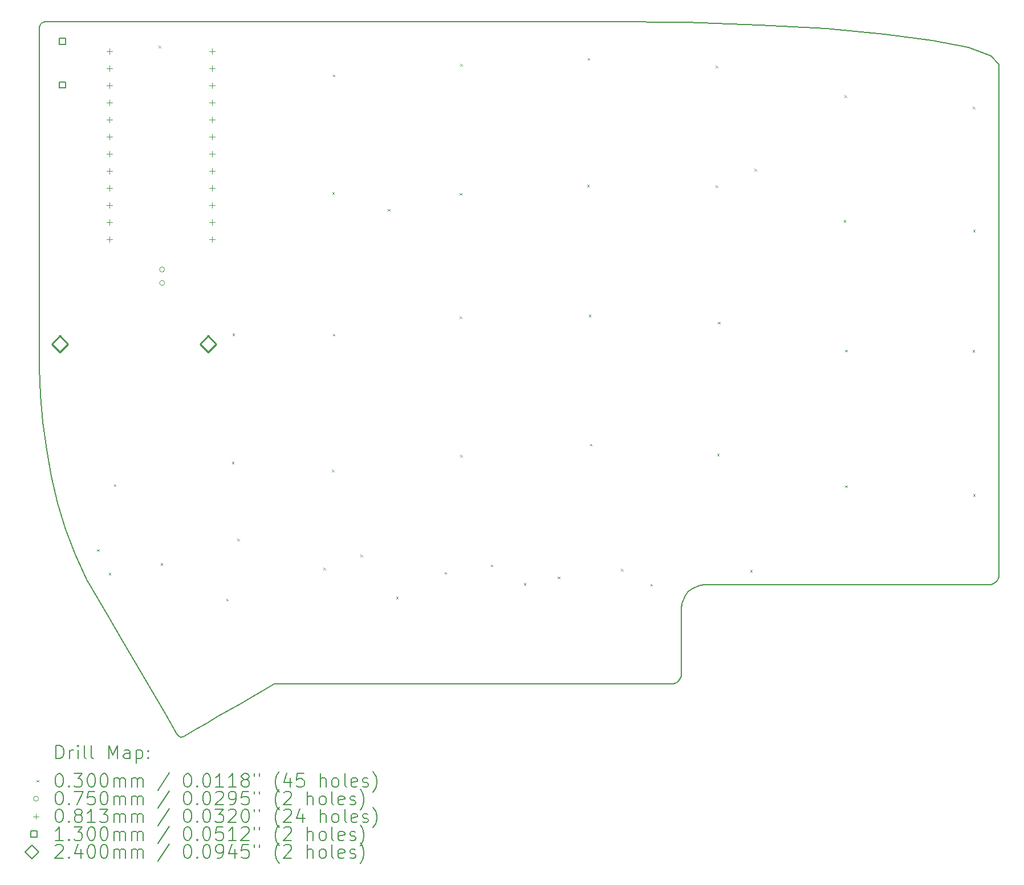
<source format=gbr>
%TF.GenerationSoftware,KiCad,Pcbnew,7.0.10*%
%TF.CreationDate,2024-03-21T01:04:33+01:00*%
%TF.ProjectId,allium58,616c6c69-756d-4353-982e-6b696361645f,rev?*%
%TF.SameCoordinates,Original*%
%TF.FileFunction,Drillmap*%
%TF.FilePolarity,Positive*%
%FSLAX45Y45*%
G04 Gerber Fmt 4.5, Leading zero omitted, Abs format (unit mm)*
G04 Created by KiCad (PCBNEW 7.0.10) date 2024-03-21 01:04:33*
%MOMM*%
%LPD*%
G01*
G04 APERTURE LIST*
%ADD10C,0.200000*%
%ADD11C,0.100000*%
%ADD12C,0.130000*%
%ADD13C,0.240000*%
G04 APERTURE END LIST*
D10*
X9439604Y-3708676D02*
X8398821Y-3708676D01*
X22426249Y-12075929D02*
X22396000Y-12078973D01*
X10948384Y-14036134D02*
X11115954Y-13939120D01*
X8377646Y-3710807D02*
X8398821Y-3708676D01*
X17831935Y-13159797D02*
X17831935Y-13281601D01*
X11115954Y-13939120D02*
X11283523Y-13842106D01*
X17831935Y-12672581D02*
X17831935Y-12794385D01*
X8999287Y-11998842D02*
X9166856Y-12285474D01*
X18708693Y-12078973D02*
X19235451Y-12078973D01*
X8324557Y-3739412D02*
X8340094Y-3726596D01*
X19762209Y-12078973D02*
X20288967Y-12078973D01*
X18991954Y-3758537D02*
X17898956Y-3721565D01*
X10428886Y-14335728D02*
X10445676Y-14327176D01*
X8293753Y-8228530D02*
X8293753Y-7597836D01*
X14643521Y-3708676D02*
X13602738Y-3708676D01*
X18111352Y-12086078D02*
X18181935Y-12078973D01*
X10413021Y-14340447D02*
X10428886Y-14335728D01*
X22546000Y-4343676D02*
X22427847Y-4215619D01*
X18045633Y-12106456D02*
X18111352Y-12086078D01*
X17986177Y-12138706D02*
X18045633Y-12106456D01*
X10613245Y-14230162D02*
X10780815Y-14133148D01*
X11786317Y-13551166D02*
X12523269Y-13551166D01*
X8311741Y-3754949D02*
X8324557Y-3739412D01*
X22502091Y-12035065D02*
X22479896Y-12053374D01*
X17831935Y-13401166D02*
X17828890Y-13431415D01*
X8357930Y-3716921D02*
X8377646Y-3710807D01*
X14734126Y-13551166D02*
X15471078Y-13551166D01*
X21342484Y-12078973D02*
X21869242Y-12078973D01*
X22546000Y-10980811D02*
X22546000Y-11928973D01*
X22454415Y-12067195D02*
X22426249Y-12075929D01*
X9166856Y-12285474D02*
X9334426Y-12572106D01*
X22546000Y-11928973D02*
X22542955Y-11959223D01*
X22427847Y-4215619D02*
X22088932Y-4096385D01*
X22546000Y-5291838D02*
X22546000Y-6240000D01*
X17740350Y-13539388D02*
X17712184Y-13548121D01*
X8293753Y-4444370D02*
X8293753Y-3813676D01*
X12561954Y-3708676D02*
X11521171Y-3708676D01*
X17828890Y-13431415D02*
X17820157Y-13459581D01*
X16725088Y-3708676D02*
X15684305Y-3708676D01*
X17788026Y-13507257D02*
X17765831Y-13525566D01*
X16944983Y-13551166D02*
X17681935Y-13551166D01*
X13602738Y-3708676D02*
X12561954Y-3708676D01*
X15684305Y-3708676D02*
X14643521Y-3708676D01*
X17820157Y-13459581D02*
X17806335Y-13485062D01*
X10780815Y-14133148D02*
X10948384Y-14036134D01*
X8349030Y-9665766D02*
X8402097Y-10069083D01*
X21552570Y-3988516D02*
X20842076Y-3894556D01*
X11451092Y-13745092D02*
X11618662Y-13648078D01*
X8293753Y-6336449D02*
X8293753Y-5705756D01*
X18181935Y-12078973D02*
X18708693Y-12078973D01*
X17831935Y-13281601D02*
X17831935Y-13401166D01*
X22546000Y-4343676D02*
X22546000Y-5291838D01*
X11521171Y-3708676D02*
X10480388Y-3708676D01*
X22546000Y-7188162D02*
X22546000Y-8136324D01*
X11283523Y-13842106D02*
X11451092Y-13745092D01*
X17891668Y-12233216D02*
X17934388Y-12181427D01*
X8293753Y-7597836D02*
X8293753Y-6967143D01*
X22542955Y-11959223D02*
X22534222Y-11987389D01*
X8302066Y-3772785D02*
X8311741Y-3754949D01*
X9501995Y-12858738D02*
X9669565Y-13145370D01*
X9837134Y-13432002D02*
X10004704Y-13718634D01*
X10480388Y-3708676D02*
X9439604Y-3708676D01*
X13997174Y-13551166D02*
X14734126Y-13551166D01*
X17839039Y-12358391D02*
X17859417Y-12292671D01*
X22546000Y-6240000D02*
X22546000Y-7188162D01*
X17806335Y-13485062D02*
X17788026Y-13507257D01*
X9334426Y-12572106D02*
X9501995Y-12858738D01*
X17831935Y-12428973D02*
X17831935Y-12550777D01*
X8474708Y-10469525D02*
X8568800Y-10864913D01*
X22479896Y-12053374D02*
X22454415Y-12067195D01*
X20288967Y-12078973D02*
X20815726Y-12078973D01*
X17831935Y-12916189D02*
X17831935Y-13037993D01*
X10384247Y-14338644D02*
X10398125Y-14341397D01*
X20842076Y-3894556D02*
X19980765Y-3817049D01*
X22520400Y-12012870D02*
X22502091Y-12035065D01*
X10349184Y-14308815D02*
X10359730Y-14322288D01*
X8340094Y-3726596D02*
X8357930Y-3716921D01*
X16208030Y-13551166D02*
X16944983Y-13551166D01*
X10445676Y-14327176D02*
X10613245Y-14230162D01*
X19980765Y-3817049D02*
X18991954Y-3758537D01*
X22534222Y-11987389D02*
X22520400Y-12012870D01*
X8402097Y-10069083D02*
X8474708Y-10469525D01*
X21869242Y-12078973D02*
X22396000Y-12078973D01*
X10004704Y-13718634D02*
X10172273Y-14005266D01*
X11618662Y-13648078D02*
X11786231Y-13551064D01*
X22088932Y-4096385D02*
X21552570Y-3988516D01*
X9669565Y-13145370D02*
X9837134Y-13432002D01*
X22546000Y-8136324D02*
X22546000Y-9084487D01*
X17831935Y-12550777D02*
X17831935Y-12672581D01*
X8295952Y-3792501D02*
X8302066Y-3772785D01*
X8568800Y-10864913D02*
X8686311Y-11253067D01*
X17859417Y-12292671D02*
X17891668Y-12233216D01*
X19235451Y-12078973D02*
X19762209Y-12078973D01*
X10339843Y-14291898D02*
X10349184Y-14308815D01*
X8293821Y-3813676D02*
X8295952Y-3792501D01*
X8829176Y-11631807D02*
X8999333Y-11998954D01*
X8313569Y-9261756D02*
X8349030Y-9665766D01*
X17831935Y-12428973D02*
X17839039Y-12358391D01*
X17765831Y-13525566D02*
X17740350Y-13539388D01*
X8293753Y-6967143D02*
X8293753Y-6336449D01*
X8293753Y-5705756D02*
X8293753Y-5075063D01*
X10172273Y-14005266D02*
X10339843Y-14291898D01*
X10359730Y-14322288D02*
X10371433Y-14332253D01*
X17831935Y-12794385D02*
X17831935Y-12916189D01*
X22546000Y-10032649D02*
X22546000Y-10980811D01*
X8293753Y-8859223D02*
X8293753Y-8228530D01*
X17831935Y-13037993D02*
X17831935Y-13159797D01*
X10371433Y-14332253D02*
X10384247Y-14338644D01*
X17898956Y-3721565D02*
X16725088Y-3708676D01*
X8293753Y-5075063D02*
X8293753Y-4444370D01*
X17934388Y-12181427D02*
X17986177Y-12138706D01*
X20815726Y-12078973D02*
X21342484Y-12078973D01*
X13260222Y-13551166D02*
X13997174Y-13551166D01*
X15471078Y-13551166D02*
X16208030Y-13551166D01*
X12523269Y-13551166D02*
X13260222Y-13551166D01*
X22546000Y-9084487D02*
X22546000Y-10032649D01*
X17712184Y-13548121D02*
X17681935Y-13551166D01*
X8293778Y-8859232D02*
X8313569Y-9261756D01*
X10398125Y-14341397D02*
X10413021Y-14340447D01*
X8686311Y-11253067D02*
X8829176Y-11631807D01*
D11*
X9151860Y-11549620D02*
X9181860Y-11579620D01*
X9181860Y-11549620D02*
X9151860Y-11579620D01*
X9327120Y-11900140D02*
X9357120Y-11930140D01*
X9357120Y-11900140D02*
X9327120Y-11930140D01*
X9403320Y-10584400D02*
X9433320Y-10614400D01*
X9433320Y-10584400D02*
X9403320Y-10614400D01*
X10066300Y-4069320D02*
X10096300Y-4099320D01*
X10096300Y-4069320D02*
X10066300Y-4099320D01*
X10096740Y-11755360D02*
X10126740Y-11785360D01*
X10126740Y-11755360D02*
X10096740Y-11785360D01*
X11070000Y-12286200D02*
X11100000Y-12316200D01*
X11100000Y-12286200D02*
X11070000Y-12316200D01*
X11153400Y-10251700D02*
X11183400Y-10281700D01*
X11183400Y-10251700D02*
X11153400Y-10281700D01*
X11165050Y-8344140D02*
X11195050Y-8374140D01*
X11195050Y-8344140D02*
X11165050Y-8374140D01*
X11237200Y-11392100D02*
X11267200Y-11422100D01*
X11267200Y-11392100D02*
X11237200Y-11422100D01*
X12514800Y-11822900D02*
X12544800Y-11852900D01*
X12544800Y-11822900D02*
X12514800Y-11852900D01*
X12641800Y-10368500D02*
X12671800Y-10398500D01*
X12671800Y-10368500D02*
X12641800Y-10398500D01*
X12644400Y-6246100D02*
X12674400Y-6276100D01*
X12674400Y-6246100D02*
X12644400Y-6276100D01*
X12652000Y-4496040D02*
X12682000Y-4526040D01*
X12682000Y-4496040D02*
X12652000Y-4526040D01*
X12652000Y-8349220D02*
X12682000Y-8379220D01*
X12682000Y-8349220D02*
X12652000Y-8379220D01*
X13066000Y-11630900D02*
X13096000Y-11660900D01*
X13096000Y-11630900D02*
X13066000Y-11660900D01*
X13472200Y-6494780D02*
X13502200Y-6524780D01*
X13502200Y-6494780D02*
X13472200Y-6524780D01*
X13591800Y-12258300D02*
X13621800Y-12288300D01*
X13621800Y-12258300D02*
X13591800Y-12288300D01*
X14313100Y-11886400D02*
X14343100Y-11916400D01*
X14343100Y-11886400D02*
X14313100Y-11916400D01*
X14536700Y-8090140D02*
X14566700Y-8120140D01*
X14566700Y-8090140D02*
X14536700Y-8120140D01*
X14539200Y-6258800D02*
X14569200Y-6288800D01*
X14569200Y-6258800D02*
X14539200Y-6288800D01*
X14544300Y-4341100D02*
X14574300Y-4371100D01*
X14574300Y-4341100D02*
X14544300Y-4371100D01*
X14544300Y-10150100D02*
X14574300Y-10180100D01*
X14574300Y-10150100D02*
X14544300Y-10180100D01*
X14998900Y-11778200D02*
X15028900Y-11808200D01*
X15028900Y-11778200D02*
X14998900Y-11808200D01*
X15491700Y-12052500D02*
X15521700Y-12082500D01*
X15521700Y-12052500D02*
X15491700Y-12082500D01*
X15992100Y-11956000D02*
X16022100Y-11986000D01*
X16022100Y-11956000D02*
X15992100Y-11986000D01*
X16429000Y-6136880D02*
X16459000Y-6166880D01*
X16459000Y-6136880D02*
X16429000Y-6166880D01*
X16439100Y-4249660D02*
X16469100Y-4279660D01*
X16469100Y-4249660D02*
X16439100Y-4279660D01*
X16456900Y-8064740D02*
X16486900Y-8094740D01*
X16486900Y-8064740D02*
X16456900Y-8094740D01*
X16472100Y-9982440D02*
X16502100Y-10012440D01*
X16502100Y-9982440D02*
X16472100Y-10012440D01*
X16934400Y-11839200D02*
X16964400Y-11869200D01*
X16964400Y-11839200D02*
X16934400Y-11869200D01*
X17368800Y-12065200D02*
X17398800Y-12095200D01*
X17398800Y-12065200D02*
X17368800Y-12095200D01*
X18339000Y-4363960D02*
X18369000Y-4393960D01*
X18369000Y-4363960D02*
X18339000Y-4393960D01*
X18339000Y-6144500D02*
X18369000Y-6174500D01*
X18369000Y-6144500D02*
X18339000Y-6174500D01*
X18359400Y-10132300D02*
X18389400Y-10162300D01*
X18389400Y-10132300D02*
X18359400Y-10162300D01*
X18374600Y-8171420D02*
X18404600Y-8201420D01*
X18404600Y-8171420D02*
X18374600Y-8201420D01*
X18849600Y-11857000D02*
X18879600Y-11887000D01*
X18879600Y-11857000D02*
X18849600Y-11887000D01*
X18916500Y-5899740D02*
X18946500Y-5929740D01*
X18946500Y-5899740D02*
X18916500Y-5929740D01*
X20239000Y-6660120D02*
X20269000Y-6690120D01*
X20269000Y-6660120D02*
X20239000Y-6690120D01*
X20254200Y-4805920D02*
X20284200Y-4835920D01*
X20284200Y-4805920D02*
X20254200Y-4835920D01*
X20259300Y-8585440D02*
X20289300Y-8615440D01*
X20289300Y-8585440D02*
X20259300Y-8615440D01*
X20261800Y-10599700D02*
X20291800Y-10629700D01*
X20291800Y-10599700D02*
X20261800Y-10629700D01*
X22151600Y-8590520D02*
X22181600Y-8620520D01*
X22181600Y-8590520D02*
X22151600Y-8620520D01*
X22156700Y-4976100D02*
X22186700Y-5006100D01*
X22186700Y-4976100D02*
X22156700Y-5006100D01*
X22161700Y-6804900D02*
X22191700Y-6834900D01*
X22191700Y-6804900D02*
X22161700Y-6834900D01*
X22161700Y-10731700D02*
X22191700Y-10761700D01*
X22191700Y-10731700D02*
X22161700Y-10761700D01*
X10155480Y-7393000D02*
G75*
G03*
X10080480Y-7393000I-37500J0D01*
G01*
X10080480Y-7393000D02*
G75*
G03*
X10155480Y-7393000I37500J0D01*
G01*
X10155480Y-7593000D02*
G75*
G03*
X10080480Y-7593000I-37500J0D01*
G01*
X10080480Y-7593000D02*
G75*
G03*
X10155480Y-7593000I37500J0D01*
G01*
X9339140Y-4111560D02*
X9339140Y-4192840D01*
X9298500Y-4152200D02*
X9379780Y-4152200D01*
X9339140Y-4365560D02*
X9339140Y-4446840D01*
X9298500Y-4406200D02*
X9379780Y-4406200D01*
X9339140Y-4619560D02*
X9339140Y-4700840D01*
X9298500Y-4660200D02*
X9379780Y-4660200D01*
X9339140Y-4873560D02*
X9339140Y-4954840D01*
X9298500Y-4914200D02*
X9379780Y-4914200D01*
X9339140Y-5127560D02*
X9339140Y-5208840D01*
X9298500Y-5168200D02*
X9379780Y-5168200D01*
X9339140Y-5381560D02*
X9339140Y-5462840D01*
X9298500Y-5422200D02*
X9379780Y-5422200D01*
X9339140Y-5635560D02*
X9339140Y-5716840D01*
X9298500Y-5676200D02*
X9379780Y-5676200D01*
X9339140Y-5889560D02*
X9339140Y-5970840D01*
X9298500Y-5930200D02*
X9379780Y-5930200D01*
X9339140Y-6143560D02*
X9339140Y-6224840D01*
X9298500Y-6184200D02*
X9379780Y-6184200D01*
X9339140Y-6397560D02*
X9339140Y-6478840D01*
X9298500Y-6438200D02*
X9379780Y-6438200D01*
X9339140Y-6651560D02*
X9339140Y-6732840D01*
X9298500Y-6692200D02*
X9379780Y-6692200D01*
X9339140Y-6905560D02*
X9339140Y-6986840D01*
X9298500Y-6946200D02*
X9379780Y-6946200D01*
X10861140Y-4111560D02*
X10861140Y-4192840D01*
X10820500Y-4152200D02*
X10901780Y-4152200D01*
X10861140Y-4365560D02*
X10861140Y-4446840D01*
X10820500Y-4406200D02*
X10901780Y-4406200D01*
X10861140Y-4619560D02*
X10861140Y-4700840D01*
X10820500Y-4660200D02*
X10901780Y-4660200D01*
X10861140Y-4873560D02*
X10861140Y-4954840D01*
X10820500Y-4914200D02*
X10901780Y-4914200D01*
X10861140Y-5127560D02*
X10861140Y-5208840D01*
X10820500Y-5168200D02*
X10901780Y-5168200D01*
X10861140Y-5381560D02*
X10861140Y-5462840D01*
X10820500Y-5422200D02*
X10901780Y-5422200D01*
X10861140Y-5635560D02*
X10861140Y-5716840D01*
X10820500Y-5676200D02*
X10901780Y-5676200D01*
X10861140Y-5889560D02*
X10861140Y-5970840D01*
X10820500Y-5930200D02*
X10901780Y-5930200D01*
X10861140Y-6143560D02*
X10861140Y-6224840D01*
X10820500Y-6184200D02*
X10901780Y-6184200D01*
X10861140Y-6397560D02*
X10861140Y-6478840D01*
X10820500Y-6438200D02*
X10901780Y-6438200D01*
X10861140Y-6651560D02*
X10861140Y-6732840D01*
X10820500Y-6692200D02*
X10901780Y-6692200D01*
X10861140Y-6905560D02*
X10861140Y-6986840D01*
X10820500Y-6946200D02*
X10901780Y-6946200D01*
D12*
X8681962Y-4046462D02*
X8681962Y-3954538D01*
X8590038Y-3954538D01*
X8590038Y-4046462D01*
X8681962Y-4046462D01*
X8681962Y-4696462D02*
X8681962Y-4604538D01*
X8590038Y-4604538D01*
X8590038Y-4696462D01*
X8681962Y-4696462D01*
D13*
X8600000Y-8620000D02*
X8720000Y-8500000D01*
X8600000Y-8380000D01*
X8480000Y-8500000D01*
X8600000Y-8620000D01*
X10800000Y-8620000D02*
X10920000Y-8500000D01*
X10800000Y-8380000D01*
X10680000Y-8500000D01*
X10800000Y-8620000D01*
D10*
X8544530Y-14662881D02*
X8544530Y-14462881D01*
X8544530Y-14462881D02*
X8592149Y-14462881D01*
X8592149Y-14462881D02*
X8620720Y-14472405D01*
X8620720Y-14472405D02*
X8639768Y-14491453D01*
X8639768Y-14491453D02*
X8649292Y-14510500D01*
X8649292Y-14510500D02*
X8658815Y-14548595D01*
X8658815Y-14548595D02*
X8658815Y-14577167D01*
X8658815Y-14577167D02*
X8649292Y-14615262D01*
X8649292Y-14615262D02*
X8639768Y-14634310D01*
X8639768Y-14634310D02*
X8620720Y-14653357D01*
X8620720Y-14653357D02*
X8592149Y-14662881D01*
X8592149Y-14662881D02*
X8544530Y-14662881D01*
X8744530Y-14662881D02*
X8744530Y-14529548D01*
X8744530Y-14567643D02*
X8754053Y-14548595D01*
X8754053Y-14548595D02*
X8763577Y-14539072D01*
X8763577Y-14539072D02*
X8782625Y-14529548D01*
X8782625Y-14529548D02*
X8801673Y-14529548D01*
X8868339Y-14662881D02*
X8868339Y-14529548D01*
X8868339Y-14462881D02*
X8858815Y-14472405D01*
X8858815Y-14472405D02*
X8868339Y-14481929D01*
X8868339Y-14481929D02*
X8877863Y-14472405D01*
X8877863Y-14472405D02*
X8868339Y-14462881D01*
X8868339Y-14462881D02*
X8868339Y-14481929D01*
X8992149Y-14662881D02*
X8973101Y-14653357D01*
X8973101Y-14653357D02*
X8963577Y-14634310D01*
X8963577Y-14634310D02*
X8963577Y-14462881D01*
X9096911Y-14662881D02*
X9077863Y-14653357D01*
X9077863Y-14653357D02*
X9068339Y-14634310D01*
X9068339Y-14634310D02*
X9068339Y-14462881D01*
X9325482Y-14662881D02*
X9325482Y-14462881D01*
X9325482Y-14462881D02*
X9392149Y-14605738D01*
X9392149Y-14605738D02*
X9458815Y-14462881D01*
X9458815Y-14462881D02*
X9458815Y-14662881D01*
X9639768Y-14662881D02*
X9639768Y-14558119D01*
X9639768Y-14558119D02*
X9630244Y-14539072D01*
X9630244Y-14539072D02*
X9611196Y-14529548D01*
X9611196Y-14529548D02*
X9573101Y-14529548D01*
X9573101Y-14529548D02*
X9554053Y-14539072D01*
X9639768Y-14653357D02*
X9620720Y-14662881D01*
X9620720Y-14662881D02*
X9573101Y-14662881D01*
X9573101Y-14662881D02*
X9554053Y-14653357D01*
X9554053Y-14653357D02*
X9544530Y-14634310D01*
X9544530Y-14634310D02*
X9544530Y-14615262D01*
X9544530Y-14615262D02*
X9554053Y-14596214D01*
X9554053Y-14596214D02*
X9573101Y-14586691D01*
X9573101Y-14586691D02*
X9620720Y-14586691D01*
X9620720Y-14586691D02*
X9639768Y-14577167D01*
X9735006Y-14529548D02*
X9735006Y-14729548D01*
X9735006Y-14539072D02*
X9754053Y-14529548D01*
X9754053Y-14529548D02*
X9792149Y-14529548D01*
X9792149Y-14529548D02*
X9811196Y-14539072D01*
X9811196Y-14539072D02*
X9820720Y-14548595D01*
X9820720Y-14548595D02*
X9830244Y-14567643D01*
X9830244Y-14567643D02*
X9830244Y-14624786D01*
X9830244Y-14624786D02*
X9820720Y-14643833D01*
X9820720Y-14643833D02*
X9811196Y-14653357D01*
X9811196Y-14653357D02*
X9792149Y-14662881D01*
X9792149Y-14662881D02*
X9754053Y-14662881D01*
X9754053Y-14662881D02*
X9735006Y-14653357D01*
X9915958Y-14643833D02*
X9925482Y-14653357D01*
X9925482Y-14653357D02*
X9915958Y-14662881D01*
X9915958Y-14662881D02*
X9906434Y-14653357D01*
X9906434Y-14653357D02*
X9915958Y-14643833D01*
X9915958Y-14643833D02*
X9915958Y-14662881D01*
X9915958Y-14539072D02*
X9925482Y-14548595D01*
X9925482Y-14548595D02*
X9915958Y-14558119D01*
X9915958Y-14558119D02*
X9906434Y-14548595D01*
X9906434Y-14548595D02*
X9915958Y-14539072D01*
X9915958Y-14539072D02*
X9915958Y-14558119D01*
D11*
X8253753Y-14976397D02*
X8283753Y-15006397D01*
X8283753Y-14976397D02*
X8253753Y-15006397D01*
D10*
X8582625Y-14882881D02*
X8601673Y-14882881D01*
X8601673Y-14882881D02*
X8620720Y-14892405D01*
X8620720Y-14892405D02*
X8630244Y-14901929D01*
X8630244Y-14901929D02*
X8639768Y-14920976D01*
X8639768Y-14920976D02*
X8649292Y-14959072D01*
X8649292Y-14959072D02*
X8649292Y-15006691D01*
X8649292Y-15006691D02*
X8639768Y-15044786D01*
X8639768Y-15044786D02*
X8630244Y-15063833D01*
X8630244Y-15063833D02*
X8620720Y-15073357D01*
X8620720Y-15073357D02*
X8601673Y-15082881D01*
X8601673Y-15082881D02*
X8582625Y-15082881D01*
X8582625Y-15082881D02*
X8563577Y-15073357D01*
X8563577Y-15073357D02*
X8554053Y-15063833D01*
X8554053Y-15063833D02*
X8544530Y-15044786D01*
X8544530Y-15044786D02*
X8535006Y-15006691D01*
X8535006Y-15006691D02*
X8535006Y-14959072D01*
X8535006Y-14959072D02*
X8544530Y-14920976D01*
X8544530Y-14920976D02*
X8554053Y-14901929D01*
X8554053Y-14901929D02*
X8563577Y-14892405D01*
X8563577Y-14892405D02*
X8582625Y-14882881D01*
X8735006Y-15063833D02*
X8744530Y-15073357D01*
X8744530Y-15073357D02*
X8735006Y-15082881D01*
X8735006Y-15082881D02*
X8725482Y-15073357D01*
X8725482Y-15073357D02*
X8735006Y-15063833D01*
X8735006Y-15063833D02*
X8735006Y-15082881D01*
X8811196Y-14882881D02*
X8935006Y-14882881D01*
X8935006Y-14882881D02*
X8868339Y-14959072D01*
X8868339Y-14959072D02*
X8896911Y-14959072D01*
X8896911Y-14959072D02*
X8915958Y-14968595D01*
X8915958Y-14968595D02*
X8925482Y-14978119D01*
X8925482Y-14978119D02*
X8935006Y-14997167D01*
X8935006Y-14997167D02*
X8935006Y-15044786D01*
X8935006Y-15044786D02*
X8925482Y-15063833D01*
X8925482Y-15063833D02*
X8915958Y-15073357D01*
X8915958Y-15073357D02*
X8896911Y-15082881D01*
X8896911Y-15082881D02*
X8839768Y-15082881D01*
X8839768Y-15082881D02*
X8820720Y-15073357D01*
X8820720Y-15073357D02*
X8811196Y-15063833D01*
X9058815Y-14882881D02*
X9077863Y-14882881D01*
X9077863Y-14882881D02*
X9096911Y-14892405D01*
X9096911Y-14892405D02*
X9106434Y-14901929D01*
X9106434Y-14901929D02*
X9115958Y-14920976D01*
X9115958Y-14920976D02*
X9125482Y-14959072D01*
X9125482Y-14959072D02*
X9125482Y-15006691D01*
X9125482Y-15006691D02*
X9115958Y-15044786D01*
X9115958Y-15044786D02*
X9106434Y-15063833D01*
X9106434Y-15063833D02*
X9096911Y-15073357D01*
X9096911Y-15073357D02*
X9077863Y-15082881D01*
X9077863Y-15082881D02*
X9058815Y-15082881D01*
X9058815Y-15082881D02*
X9039768Y-15073357D01*
X9039768Y-15073357D02*
X9030244Y-15063833D01*
X9030244Y-15063833D02*
X9020720Y-15044786D01*
X9020720Y-15044786D02*
X9011196Y-15006691D01*
X9011196Y-15006691D02*
X9011196Y-14959072D01*
X9011196Y-14959072D02*
X9020720Y-14920976D01*
X9020720Y-14920976D02*
X9030244Y-14901929D01*
X9030244Y-14901929D02*
X9039768Y-14892405D01*
X9039768Y-14892405D02*
X9058815Y-14882881D01*
X9249292Y-14882881D02*
X9268339Y-14882881D01*
X9268339Y-14882881D02*
X9287387Y-14892405D01*
X9287387Y-14892405D02*
X9296911Y-14901929D01*
X9296911Y-14901929D02*
X9306434Y-14920976D01*
X9306434Y-14920976D02*
X9315958Y-14959072D01*
X9315958Y-14959072D02*
X9315958Y-15006691D01*
X9315958Y-15006691D02*
X9306434Y-15044786D01*
X9306434Y-15044786D02*
X9296911Y-15063833D01*
X9296911Y-15063833D02*
X9287387Y-15073357D01*
X9287387Y-15073357D02*
X9268339Y-15082881D01*
X9268339Y-15082881D02*
X9249292Y-15082881D01*
X9249292Y-15082881D02*
X9230244Y-15073357D01*
X9230244Y-15073357D02*
X9220720Y-15063833D01*
X9220720Y-15063833D02*
X9211196Y-15044786D01*
X9211196Y-15044786D02*
X9201673Y-15006691D01*
X9201673Y-15006691D02*
X9201673Y-14959072D01*
X9201673Y-14959072D02*
X9211196Y-14920976D01*
X9211196Y-14920976D02*
X9220720Y-14901929D01*
X9220720Y-14901929D02*
X9230244Y-14892405D01*
X9230244Y-14892405D02*
X9249292Y-14882881D01*
X9401673Y-15082881D02*
X9401673Y-14949548D01*
X9401673Y-14968595D02*
X9411196Y-14959072D01*
X9411196Y-14959072D02*
X9430244Y-14949548D01*
X9430244Y-14949548D02*
X9458815Y-14949548D01*
X9458815Y-14949548D02*
X9477863Y-14959072D01*
X9477863Y-14959072D02*
X9487387Y-14978119D01*
X9487387Y-14978119D02*
X9487387Y-15082881D01*
X9487387Y-14978119D02*
X9496911Y-14959072D01*
X9496911Y-14959072D02*
X9515958Y-14949548D01*
X9515958Y-14949548D02*
X9544530Y-14949548D01*
X9544530Y-14949548D02*
X9563577Y-14959072D01*
X9563577Y-14959072D02*
X9573101Y-14978119D01*
X9573101Y-14978119D02*
X9573101Y-15082881D01*
X9668339Y-15082881D02*
X9668339Y-14949548D01*
X9668339Y-14968595D02*
X9677863Y-14959072D01*
X9677863Y-14959072D02*
X9696911Y-14949548D01*
X9696911Y-14949548D02*
X9725482Y-14949548D01*
X9725482Y-14949548D02*
X9744530Y-14959072D01*
X9744530Y-14959072D02*
X9754054Y-14978119D01*
X9754054Y-14978119D02*
X9754054Y-15082881D01*
X9754054Y-14978119D02*
X9763577Y-14959072D01*
X9763577Y-14959072D02*
X9782625Y-14949548D01*
X9782625Y-14949548D02*
X9811196Y-14949548D01*
X9811196Y-14949548D02*
X9830244Y-14959072D01*
X9830244Y-14959072D02*
X9839768Y-14978119D01*
X9839768Y-14978119D02*
X9839768Y-15082881D01*
X10230244Y-14873357D02*
X10058816Y-15130500D01*
X10487387Y-14882881D02*
X10506435Y-14882881D01*
X10506435Y-14882881D02*
X10525482Y-14892405D01*
X10525482Y-14892405D02*
X10535006Y-14901929D01*
X10535006Y-14901929D02*
X10544530Y-14920976D01*
X10544530Y-14920976D02*
X10554054Y-14959072D01*
X10554054Y-14959072D02*
X10554054Y-15006691D01*
X10554054Y-15006691D02*
X10544530Y-15044786D01*
X10544530Y-15044786D02*
X10535006Y-15063833D01*
X10535006Y-15063833D02*
X10525482Y-15073357D01*
X10525482Y-15073357D02*
X10506435Y-15082881D01*
X10506435Y-15082881D02*
X10487387Y-15082881D01*
X10487387Y-15082881D02*
X10468339Y-15073357D01*
X10468339Y-15073357D02*
X10458816Y-15063833D01*
X10458816Y-15063833D02*
X10449292Y-15044786D01*
X10449292Y-15044786D02*
X10439768Y-15006691D01*
X10439768Y-15006691D02*
X10439768Y-14959072D01*
X10439768Y-14959072D02*
X10449292Y-14920976D01*
X10449292Y-14920976D02*
X10458816Y-14901929D01*
X10458816Y-14901929D02*
X10468339Y-14892405D01*
X10468339Y-14892405D02*
X10487387Y-14882881D01*
X10639768Y-15063833D02*
X10649292Y-15073357D01*
X10649292Y-15073357D02*
X10639768Y-15082881D01*
X10639768Y-15082881D02*
X10630244Y-15073357D01*
X10630244Y-15073357D02*
X10639768Y-15063833D01*
X10639768Y-15063833D02*
X10639768Y-15082881D01*
X10773101Y-14882881D02*
X10792149Y-14882881D01*
X10792149Y-14882881D02*
X10811197Y-14892405D01*
X10811197Y-14892405D02*
X10820720Y-14901929D01*
X10820720Y-14901929D02*
X10830244Y-14920976D01*
X10830244Y-14920976D02*
X10839768Y-14959072D01*
X10839768Y-14959072D02*
X10839768Y-15006691D01*
X10839768Y-15006691D02*
X10830244Y-15044786D01*
X10830244Y-15044786D02*
X10820720Y-15063833D01*
X10820720Y-15063833D02*
X10811197Y-15073357D01*
X10811197Y-15073357D02*
X10792149Y-15082881D01*
X10792149Y-15082881D02*
X10773101Y-15082881D01*
X10773101Y-15082881D02*
X10754054Y-15073357D01*
X10754054Y-15073357D02*
X10744530Y-15063833D01*
X10744530Y-15063833D02*
X10735006Y-15044786D01*
X10735006Y-15044786D02*
X10725482Y-15006691D01*
X10725482Y-15006691D02*
X10725482Y-14959072D01*
X10725482Y-14959072D02*
X10735006Y-14920976D01*
X10735006Y-14920976D02*
X10744530Y-14901929D01*
X10744530Y-14901929D02*
X10754054Y-14892405D01*
X10754054Y-14892405D02*
X10773101Y-14882881D01*
X11030244Y-15082881D02*
X10915958Y-15082881D01*
X10973101Y-15082881D02*
X10973101Y-14882881D01*
X10973101Y-14882881D02*
X10954054Y-14911453D01*
X10954054Y-14911453D02*
X10935006Y-14930500D01*
X10935006Y-14930500D02*
X10915958Y-14940024D01*
X11220720Y-15082881D02*
X11106435Y-15082881D01*
X11163577Y-15082881D02*
X11163577Y-14882881D01*
X11163577Y-14882881D02*
X11144530Y-14911453D01*
X11144530Y-14911453D02*
X11125482Y-14930500D01*
X11125482Y-14930500D02*
X11106435Y-14940024D01*
X11335006Y-14968595D02*
X11315958Y-14959072D01*
X11315958Y-14959072D02*
X11306435Y-14949548D01*
X11306435Y-14949548D02*
X11296911Y-14930500D01*
X11296911Y-14930500D02*
X11296911Y-14920976D01*
X11296911Y-14920976D02*
X11306435Y-14901929D01*
X11306435Y-14901929D02*
X11315958Y-14892405D01*
X11315958Y-14892405D02*
X11335006Y-14882881D01*
X11335006Y-14882881D02*
X11373101Y-14882881D01*
X11373101Y-14882881D02*
X11392149Y-14892405D01*
X11392149Y-14892405D02*
X11401673Y-14901929D01*
X11401673Y-14901929D02*
X11411196Y-14920976D01*
X11411196Y-14920976D02*
X11411196Y-14930500D01*
X11411196Y-14930500D02*
X11401673Y-14949548D01*
X11401673Y-14949548D02*
X11392149Y-14959072D01*
X11392149Y-14959072D02*
X11373101Y-14968595D01*
X11373101Y-14968595D02*
X11335006Y-14968595D01*
X11335006Y-14968595D02*
X11315958Y-14978119D01*
X11315958Y-14978119D02*
X11306435Y-14987643D01*
X11306435Y-14987643D02*
X11296911Y-15006691D01*
X11296911Y-15006691D02*
X11296911Y-15044786D01*
X11296911Y-15044786D02*
X11306435Y-15063833D01*
X11306435Y-15063833D02*
X11315958Y-15073357D01*
X11315958Y-15073357D02*
X11335006Y-15082881D01*
X11335006Y-15082881D02*
X11373101Y-15082881D01*
X11373101Y-15082881D02*
X11392149Y-15073357D01*
X11392149Y-15073357D02*
X11401673Y-15063833D01*
X11401673Y-15063833D02*
X11411196Y-15044786D01*
X11411196Y-15044786D02*
X11411196Y-15006691D01*
X11411196Y-15006691D02*
X11401673Y-14987643D01*
X11401673Y-14987643D02*
X11392149Y-14978119D01*
X11392149Y-14978119D02*
X11373101Y-14968595D01*
X11487387Y-14882881D02*
X11487387Y-14920976D01*
X11563577Y-14882881D02*
X11563577Y-14920976D01*
X11858816Y-15159072D02*
X11849292Y-15149548D01*
X11849292Y-15149548D02*
X11830244Y-15120976D01*
X11830244Y-15120976D02*
X11820720Y-15101929D01*
X11820720Y-15101929D02*
X11811197Y-15073357D01*
X11811197Y-15073357D02*
X11801673Y-15025738D01*
X11801673Y-15025738D02*
X11801673Y-14987643D01*
X11801673Y-14987643D02*
X11811197Y-14940024D01*
X11811197Y-14940024D02*
X11820720Y-14911453D01*
X11820720Y-14911453D02*
X11830244Y-14892405D01*
X11830244Y-14892405D02*
X11849292Y-14863833D01*
X11849292Y-14863833D02*
X11858816Y-14854310D01*
X12020720Y-14949548D02*
X12020720Y-15082881D01*
X11973101Y-14873357D02*
X11925482Y-15016214D01*
X11925482Y-15016214D02*
X12049292Y-15016214D01*
X12220720Y-14882881D02*
X12125482Y-14882881D01*
X12125482Y-14882881D02*
X12115958Y-14978119D01*
X12115958Y-14978119D02*
X12125482Y-14968595D01*
X12125482Y-14968595D02*
X12144530Y-14959072D01*
X12144530Y-14959072D02*
X12192149Y-14959072D01*
X12192149Y-14959072D02*
X12211197Y-14968595D01*
X12211197Y-14968595D02*
X12220720Y-14978119D01*
X12220720Y-14978119D02*
X12230244Y-14997167D01*
X12230244Y-14997167D02*
X12230244Y-15044786D01*
X12230244Y-15044786D02*
X12220720Y-15063833D01*
X12220720Y-15063833D02*
X12211197Y-15073357D01*
X12211197Y-15073357D02*
X12192149Y-15082881D01*
X12192149Y-15082881D02*
X12144530Y-15082881D01*
X12144530Y-15082881D02*
X12125482Y-15073357D01*
X12125482Y-15073357D02*
X12115958Y-15063833D01*
X12468339Y-15082881D02*
X12468339Y-14882881D01*
X12554054Y-15082881D02*
X12554054Y-14978119D01*
X12554054Y-14978119D02*
X12544530Y-14959072D01*
X12544530Y-14959072D02*
X12525482Y-14949548D01*
X12525482Y-14949548D02*
X12496911Y-14949548D01*
X12496911Y-14949548D02*
X12477863Y-14959072D01*
X12477863Y-14959072D02*
X12468339Y-14968595D01*
X12677863Y-15082881D02*
X12658816Y-15073357D01*
X12658816Y-15073357D02*
X12649292Y-15063833D01*
X12649292Y-15063833D02*
X12639768Y-15044786D01*
X12639768Y-15044786D02*
X12639768Y-14987643D01*
X12639768Y-14987643D02*
X12649292Y-14968595D01*
X12649292Y-14968595D02*
X12658816Y-14959072D01*
X12658816Y-14959072D02*
X12677863Y-14949548D01*
X12677863Y-14949548D02*
X12706435Y-14949548D01*
X12706435Y-14949548D02*
X12725482Y-14959072D01*
X12725482Y-14959072D02*
X12735006Y-14968595D01*
X12735006Y-14968595D02*
X12744530Y-14987643D01*
X12744530Y-14987643D02*
X12744530Y-15044786D01*
X12744530Y-15044786D02*
X12735006Y-15063833D01*
X12735006Y-15063833D02*
X12725482Y-15073357D01*
X12725482Y-15073357D02*
X12706435Y-15082881D01*
X12706435Y-15082881D02*
X12677863Y-15082881D01*
X12858816Y-15082881D02*
X12839768Y-15073357D01*
X12839768Y-15073357D02*
X12830244Y-15054310D01*
X12830244Y-15054310D02*
X12830244Y-14882881D01*
X13011197Y-15073357D02*
X12992149Y-15082881D01*
X12992149Y-15082881D02*
X12954054Y-15082881D01*
X12954054Y-15082881D02*
X12935006Y-15073357D01*
X12935006Y-15073357D02*
X12925482Y-15054310D01*
X12925482Y-15054310D02*
X12925482Y-14978119D01*
X12925482Y-14978119D02*
X12935006Y-14959072D01*
X12935006Y-14959072D02*
X12954054Y-14949548D01*
X12954054Y-14949548D02*
X12992149Y-14949548D01*
X12992149Y-14949548D02*
X13011197Y-14959072D01*
X13011197Y-14959072D02*
X13020720Y-14978119D01*
X13020720Y-14978119D02*
X13020720Y-14997167D01*
X13020720Y-14997167D02*
X12925482Y-15016214D01*
X13096911Y-15073357D02*
X13115959Y-15082881D01*
X13115959Y-15082881D02*
X13154054Y-15082881D01*
X13154054Y-15082881D02*
X13173101Y-15073357D01*
X13173101Y-15073357D02*
X13182625Y-15054310D01*
X13182625Y-15054310D02*
X13182625Y-15044786D01*
X13182625Y-15044786D02*
X13173101Y-15025738D01*
X13173101Y-15025738D02*
X13154054Y-15016214D01*
X13154054Y-15016214D02*
X13125482Y-15016214D01*
X13125482Y-15016214D02*
X13106435Y-15006691D01*
X13106435Y-15006691D02*
X13096911Y-14987643D01*
X13096911Y-14987643D02*
X13096911Y-14978119D01*
X13096911Y-14978119D02*
X13106435Y-14959072D01*
X13106435Y-14959072D02*
X13125482Y-14949548D01*
X13125482Y-14949548D02*
X13154054Y-14949548D01*
X13154054Y-14949548D02*
X13173101Y-14959072D01*
X13249292Y-15159072D02*
X13258816Y-15149548D01*
X13258816Y-15149548D02*
X13277863Y-15120976D01*
X13277863Y-15120976D02*
X13287387Y-15101929D01*
X13287387Y-15101929D02*
X13296911Y-15073357D01*
X13296911Y-15073357D02*
X13306435Y-15025738D01*
X13306435Y-15025738D02*
X13306435Y-14987643D01*
X13306435Y-14987643D02*
X13296911Y-14940024D01*
X13296911Y-14940024D02*
X13287387Y-14911453D01*
X13287387Y-14911453D02*
X13277863Y-14892405D01*
X13277863Y-14892405D02*
X13258816Y-14863833D01*
X13258816Y-14863833D02*
X13249292Y-14854310D01*
D11*
X8283753Y-15255397D02*
G75*
G03*
X8208753Y-15255397I-37500J0D01*
G01*
X8208753Y-15255397D02*
G75*
G03*
X8283753Y-15255397I37500J0D01*
G01*
D10*
X8582625Y-15146881D02*
X8601673Y-15146881D01*
X8601673Y-15146881D02*
X8620720Y-15156405D01*
X8620720Y-15156405D02*
X8630244Y-15165929D01*
X8630244Y-15165929D02*
X8639768Y-15184976D01*
X8639768Y-15184976D02*
X8649292Y-15223072D01*
X8649292Y-15223072D02*
X8649292Y-15270691D01*
X8649292Y-15270691D02*
X8639768Y-15308786D01*
X8639768Y-15308786D02*
X8630244Y-15327833D01*
X8630244Y-15327833D02*
X8620720Y-15337357D01*
X8620720Y-15337357D02*
X8601673Y-15346881D01*
X8601673Y-15346881D02*
X8582625Y-15346881D01*
X8582625Y-15346881D02*
X8563577Y-15337357D01*
X8563577Y-15337357D02*
X8554053Y-15327833D01*
X8554053Y-15327833D02*
X8544530Y-15308786D01*
X8544530Y-15308786D02*
X8535006Y-15270691D01*
X8535006Y-15270691D02*
X8535006Y-15223072D01*
X8535006Y-15223072D02*
X8544530Y-15184976D01*
X8544530Y-15184976D02*
X8554053Y-15165929D01*
X8554053Y-15165929D02*
X8563577Y-15156405D01*
X8563577Y-15156405D02*
X8582625Y-15146881D01*
X8735006Y-15327833D02*
X8744530Y-15337357D01*
X8744530Y-15337357D02*
X8735006Y-15346881D01*
X8735006Y-15346881D02*
X8725482Y-15337357D01*
X8725482Y-15337357D02*
X8735006Y-15327833D01*
X8735006Y-15327833D02*
X8735006Y-15346881D01*
X8811196Y-15146881D02*
X8944530Y-15146881D01*
X8944530Y-15146881D02*
X8858815Y-15346881D01*
X9115958Y-15146881D02*
X9020720Y-15146881D01*
X9020720Y-15146881D02*
X9011196Y-15242119D01*
X9011196Y-15242119D02*
X9020720Y-15232595D01*
X9020720Y-15232595D02*
X9039768Y-15223072D01*
X9039768Y-15223072D02*
X9087387Y-15223072D01*
X9087387Y-15223072D02*
X9106434Y-15232595D01*
X9106434Y-15232595D02*
X9115958Y-15242119D01*
X9115958Y-15242119D02*
X9125482Y-15261167D01*
X9125482Y-15261167D02*
X9125482Y-15308786D01*
X9125482Y-15308786D02*
X9115958Y-15327833D01*
X9115958Y-15327833D02*
X9106434Y-15337357D01*
X9106434Y-15337357D02*
X9087387Y-15346881D01*
X9087387Y-15346881D02*
X9039768Y-15346881D01*
X9039768Y-15346881D02*
X9020720Y-15337357D01*
X9020720Y-15337357D02*
X9011196Y-15327833D01*
X9249292Y-15146881D02*
X9268339Y-15146881D01*
X9268339Y-15146881D02*
X9287387Y-15156405D01*
X9287387Y-15156405D02*
X9296911Y-15165929D01*
X9296911Y-15165929D02*
X9306434Y-15184976D01*
X9306434Y-15184976D02*
X9315958Y-15223072D01*
X9315958Y-15223072D02*
X9315958Y-15270691D01*
X9315958Y-15270691D02*
X9306434Y-15308786D01*
X9306434Y-15308786D02*
X9296911Y-15327833D01*
X9296911Y-15327833D02*
X9287387Y-15337357D01*
X9287387Y-15337357D02*
X9268339Y-15346881D01*
X9268339Y-15346881D02*
X9249292Y-15346881D01*
X9249292Y-15346881D02*
X9230244Y-15337357D01*
X9230244Y-15337357D02*
X9220720Y-15327833D01*
X9220720Y-15327833D02*
X9211196Y-15308786D01*
X9211196Y-15308786D02*
X9201673Y-15270691D01*
X9201673Y-15270691D02*
X9201673Y-15223072D01*
X9201673Y-15223072D02*
X9211196Y-15184976D01*
X9211196Y-15184976D02*
X9220720Y-15165929D01*
X9220720Y-15165929D02*
X9230244Y-15156405D01*
X9230244Y-15156405D02*
X9249292Y-15146881D01*
X9401673Y-15346881D02*
X9401673Y-15213548D01*
X9401673Y-15232595D02*
X9411196Y-15223072D01*
X9411196Y-15223072D02*
X9430244Y-15213548D01*
X9430244Y-15213548D02*
X9458815Y-15213548D01*
X9458815Y-15213548D02*
X9477863Y-15223072D01*
X9477863Y-15223072D02*
X9487387Y-15242119D01*
X9487387Y-15242119D02*
X9487387Y-15346881D01*
X9487387Y-15242119D02*
X9496911Y-15223072D01*
X9496911Y-15223072D02*
X9515958Y-15213548D01*
X9515958Y-15213548D02*
X9544530Y-15213548D01*
X9544530Y-15213548D02*
X9563577Y-15223072D01*
X9563577Y-15223072D02*
X9573101Y-15242119D01*
X9573101Y-15242119D02*
X9573101Y-15346881D01*
X9668339Y-15346881D02*
X9668339Y-15213548D01*
X9668339Y-15232595D02*
X9677863Y-15223072D01*
X9677863Y-15223072D02*
X9696911Y-15213548D01*
X9696911Y-15213548D02*
X9725482Y-15213548D01*
X9725482Y-15213548D02*
X9744530Y-15223072D01*
X9744530Y-15223072D02*
X9754054Y-15242119D01*
X9754054Y-15242119D02*
X9754054Y-15346881D01*
X9754054Y-15242119D02*
X9763577Y-15223072D01*
X9763577Y-15223072D02*
X9782625Y-15213548D01*
X9782625Y-15213548D02*
X9811196Y-15213548D01*
X9811196Y-15213548D02*
X9830244Y-15223072D01*
X9830244Y-15223072D02*
X9839768Y-15242119D01*
X9839768Y-15242119D02*
X9839768Y-15346881D01*
X10230244Y-15137357D02*
X10058816Y-15394500D01*
X10487387Y-15146881D02*
X10506435Y-15146881D01*
X10506435Y-15146881D02*
X10525482Y-15156405D01*
X10525482Y-15156405D02*
X10535006Y-15165929D01*
X10535006Y-15165929D02*
X10544530Y-15184976D01*
X10544530Y-15184976D02*
X10554054Y-15223072D01*
X10554054Y-15223072D02*
X10554054Y-15270691D01*
X10554054Y-15270691D02*
X10544530Y-15308786D01*
X10544530Y-15308786D02*
X10535006Y-15327833D01*
X10535006Y-15327833D02*
X10525482Y-15337357D01*
X10525482Y-15337357D02*
X10506435Y-15346881D01*
X10506435Y-15346881D02*
X10487387Y-15346881D01*
X10487387Y-15346881D02*
X10468339Y-15337357D01*
X10468339Y-15337357D02*
X10458816Y-15327833D01*
X10458816Y-15327833D02*
X10449292Y-15308786D01*
X10449292Y-15308786D02*
X10439768Y-15270691D01*
X10439768Y-15270691D02*
X10439768Y-15223072D01*
X10439768Y-15223072D02*
X10449292Y-15184976D01*
X10449292Y-15184976D02*
X10458816Y-15165929D01*
X10458816Y-15165929D02*
X10468339Y-15156405D01*
X10468339Y-15156405D02*
X10487387Y-15146881D01*
X10639768Y-15327833D02*
X10649292Y-15337357D01*
X10649292Y-15337357D02*
X10639768Y-15346881D01*
X10639768Y-15346881D02*
X10630244Y-15337357D01*
X10630244Y-15337357D02*
X10639768Y-15327833D01*
X10639768Y-15327833D02*
X10639768Y-15346881D01*
X10773101Y-15146881D02*
X10792149Y-15146881D01*
X10792149Y-15146881D02*
X10811197Y-15156405D01*
X10811197Y-15156405D02*
X10820720Y-15165929D01*
X10820720Y-15165929D02*
X10830244Y-15184976D01*
X10830244Y-15184976D02*
X10839768Y-15223072D01*
X10839768Y-15223072D02*
X10839768Y-15270691D01*
X10839768Y-15270691D02*
X10830244Y-15308786D01*
X10830244Y-15308786D02*
X10820720Y-15327833D01*
X10820720Y-15327833D02*
X10811197Y-15337357D01*
X10811197Y-15337357D02*
X10792149Y-15346881D01*
X10792149Y-15346881D02*
X10773101Y-15346881D01*
X10773101Y-15346881D02*
X10754054Y-15337357D01*
X10754054Y-15337357D02*
X10744530Y-15327833D01*
X10744530Y-15327833D02*
X10735006Y-15308786D01*
X10735006Y-15308786D02*
X10725482Y-15270691D01*
X10725482Y-15270691D02*
X10725482Y-15223072D01*
X10725482Y-15223072D02*
X10735006Y-15184976D01*
X10735006Y-15184976D02*
X10744530Y-15165929D01*
X10744530Y-15165929D02*
X10754054Y-15156405D01*
X10754054Y-15156405D02*
X10773101Y-15146881D01*
X10915958Y-15165929D02*
X10925482Y-15156405D01*
X10925482Y-15156405D02*
X10944530Y-15146881D01*
X10944530Y-15146881D02*
X10992149Y-15146881D01*
X10992149Y-15146881D02*
X11011197Y-15156405D01*
X11011197Y-15156405D02*
X11020720Y-15165929D01*
X11020720Y-15165929D02*
X11030244Y-15184976D01*
X11030244Y-15184976D02*
X11030244Y-15204024D01*
X11030244Y-15204024D02*
X11020720Y-15232595D01*
X11020720Y-15232595D02*
X10906435Y-15346881D01*
X10906435Y-15346881D02*
X11030244Y-15346881D01*
X11125482Y-15346881D02*
X11163577Y-15346881D01*
X11163577Y-15346881D02*
X11182625Y-15337357D01*
X11182625Y-15337357D02*
X11192149Y-15327833D01*
X11192149Y-15327833D02*
X11211196Y-15299262D01*
X11211196Y-15299262D02*
X11220720Y-15261167D01*
X11220720Y-15261167D02*
X11220720Y-15184976D01*
X11220720Y-15184976D02*
X11211196Y-15165929D01*
X11211196Y-15165929D02*
X11201673Y-15156405D01*
X11201673Y-15156405D02*
X11182625Y-15146881D01*
X11182625Y-15146881D02*
X11144530Y-15146881D01*
X11144530Y-15146881D02*
X11125482Y-15156405D01*
X11125482Y-15156405D02*
X11115958Y-15165929D01*
X11115958Y-15165929D02*
X11106435Y-15184976D01*
X11106435Y-15184976D02*
X11106435Y-15232595D01*
X11106435Y-15232595D02*
X11115958Y-15251643D01*
X11115958Y-15251643D02*
X11125482Y-15261167D01*
X11125482Y-15261167D02*
X11144530Y-15270691D01*
X11144530Y-15270691D02*
X11182625Y-15270691D01*
X11182625Y-15270691D02*
X11201673Y-15261167D01*
X11201673Y-15261167D02*
X11211196Y-15251643D01*
X11211196Y-15251643D02*
X11220720Y-15232595D01*
X11401673Y-15146881D02*
X11306435Y-15146881D01*
X11306435Y-15146881D02*
X11296911Y-15242119D01*
X11296911Y-15242119D02*
X11306435Y-15232595D01*
X11306435Y-15232595D02*
X11325482Y-15223072D01*
X11325482Y-15223072D02*
X11373101Y-15223072D01*
X11373101Y-15223072D02*
X11392149Y-15232595D01*
X11392149Y-15232595D02*
X11401673Y-15242119D01*
X11401673Y-15242119D02*
X11411196Y-15261167D01*
X11411196Y-15261167D02*
X11411196Y-15308786D01*
X11411196Y-15308786D02*
X11401673Y-15327833D01*
X11401673Y-15327833D02*
X11392149Y-15337357D01*
X11392149Y-15337357D02*
X11373101Y-15346881D01*
X11373101Y-15346881D02*
X11325482Y-15346881D01*
X11325482Y-15346881D02*
X11306435Y-15337357D01*
X11306435Y-15337357D02*
X11296911Y-15327833D01*
X11487387Y-15146881D02*
X11487387Y-15184976D01*
X11563577Y-15146881D02*
X11563577Y-15184976D01*
X11858816Y-15423072D02*
X11849292Y-15413548D01*
X11849292Y-15413548D02*
X11830244Y-15384976D01*
X11830244Y-15384976D02*
X11820720Y-15365929D01*
X11820720Y-15365929D02*
X11811197Y-15337357D01*
X11811197Y-15337357D02*
X11801673Y-15289738D01*
X11801673Y-15289738D02*
X11801673Y-15251643D01*
X11801673Y-15251643D02*
X11811197Y-15204024D01*
X11811197Y-15204024D02*
X11820720Y-15175453D01*
X11820720Y-15175453D02*
X11830244Y-15156405D01*
X11830244Y-15156405D02*
X11849292Y-15127833D01*
X11849292Y-15127833D02*
X11858816Y-15118310D01*
X11925482Y-15165929D02*
X11935006Y-15156405D01*
X11935006Y-15156405D02*
X11954054Y-15146881D01*
X11954054Y-15146881D02*
X12001673Y-15146881D01*
X12001673Y-15146881D02*
X12020720Y-15156405D01*
X12020720Y-15156405D02*
X12030244Y-15165929D01*
X12030244Y-15165929D02*
X12039768Y-15184976D01*
X12039768Y-15184976D02*
X12039768Y-15204024D01*
X12039768Y-15204024D02*
X12030244Y-15232595D01*
X12030244Y-15232595D02*
X11915958Y-15346881D01*
X11915958Y-15346881D02*
X12039768Y-15346881D01*
X12277863Y-15346881D02*
X12277863Y-15146881D01*
X12363578Y-15346881D02*
X12363578Y-15242119D01*
X12363578Y-15242119D02*
X12354054Y-15223072D01*
X12354054Y-15223072D02*
X12335006Y-15213548D01*
X12335006Y-15213548D02*
X12306435Y-15213548D01*
X12306435Y-15213548D02*
X12287387Y-15223072D01*
X12287387Y-15223072D02*
X12277863Y-15232595D01*
X12487387Y-15346881D02*
X12468339Y-15337357D01*
X12468339Y-15337357D02*
X12458816Y-15327833D01*
X12458816Y-15327833D02*
X12449292Y-15308786D01*
X12449292Y-15308786D02*
X12449292Y-15251643D01*
X12449292Y-15251643D02*
X12458816Y-15232595D01*
X12458816Y-15232595D02*
X12468339Y-15223072D01*
X12468339Y-15223072D02*
X12487387Y-15213548D01*
X12487387Y-15213548D02*
X12515959Y-15213548D01*
X12515959Y-15213548D02*
X12535006Y-15223072D01*
X12535006Y-15223072D02*
X12544530Y-15232595D01*
X12544530Y-15232595D02*
X12554054Y-15251643D01*
X12554054Y-15251643D02*
X12554054Y-15308786D01*
X12554054Y-15308786D02*
X12544530Y-15327833D01*
X12544530Y-15327833D02*
X12535006Y-15337357D01*
X12535006Y-15337357D02*
X12515959Y-15346881D01*
X12515959Y-15346881D02*
X12487387Y-15346881D01*
X12668339Y-15346881D02*
X12649292Y-15337357D01*
X12649292Y-15337357D02*
X12639768Y-15318310D01*
X12639768Y-15318310D02*
X12639768Y-15146881D01*
X12820720Y-15337357D02*
X12801673Y-15346881D01*
X12801673Y-15346881D02*
X12763578Y-15346881D01*
X12763578Y-15346881D02*
X12744530Y-15337357D01*
X12744530Y-15337357D02*
X12735006Y-15318310D01*
X12735006Y-15318310D02*
X12735006Y-15242119D01*
X12735006Y-15242119D02*
X12744530Y-15223072D01*
X12744530Y-15223072D02*
X12763578Y-15213548D01*
X12763578Y-15213548D02*
X12801673Y-15213548D01*
X12801673Y-15213548D02*
X12820720Y-15223072D01*
X12820720Y-15223072D02*
X12830244Y-15242119D01*
X12830244Y-15242119D02*
X12830244Y-15261167D01*
X12830244Y-15261167D02*
X12735006Y-15280214D01*
X12906435Y-15337357D02*
X12925482Y-15346881D01*
X12925482Y-15346881D02*
X12963578Y-15346881D01*
X12963578Y-15346881D02*
X12982625Y-15337357D01*
X12982625Y-15337357D02*
X12992149Y-15318310D01*
X12992149Y-15318310D02*
X12992149Y-15308786D01*
X12992149Y-15308786D02*
X12982625Y-15289738D01*
X12982625Y-15289738D02*
X12963578Y-15280214D01*
X12963578Y-15280214D02*
X12935006Y-15280214D01*
X12935006Y-15280214D02*
X12915959Y-15270691D01*
X12915959Y-15270691D02*
X12906435Y-15251643D01*
X12906435Y-15251643D02*
X12906435Y-15242119D01*
X12906435Y-15242119D02*
X12915959Y-15223072D01*
X12915959Y-15223072D02*
X12935006Y-15213548D01*
X12935006Y-15213548D02*
X12963578Y-15213548D01*
X12963578Y-15213548D02*
X12982625Y-15223072D01*
X13058816Y-15423072D02*
X13068340Y-15413548D01*
X13068340Y-15413548D02*
X13087387Y-15384976D01*
X13087387Y-15384976D02*
X13096911Y-15365929D01*
X13096911Y-15365929D02*
X13106435Y-15337357D01*
X13106435Y-15337357D02*
X13115959Y-15289738D01*
X13115959Y-15289738D02*
X13115959Y-15251643D01*
X13115959Y-15251643D02*
X13106435Y-15204024D01*
X13106435Y-15204024D02*
X13096911Y-15175453D01*
X13096911Y-15175453D02*
X13087387Y-15156405D01*
X13087387Y-15156405D02*
X13068340Y-15127833D01*
X13068340Y-15127833D02*
X13058816Y-15118310D01*
D11*
X8243113Y-15478757D02*
X8243113Y-15560037D01*
X8202473Y-15519397D02*
X8283753Y-15519397D01*
D10*
X8582625Y-15410881D02*
X8601673Y-15410881D01*
X8601673Y-15410881D02*
X8620720Y-15420405D01*
X8620720Y-15420405D02*
X8630244Y-15429929D01*
X8630244Y-15429929D02*
X8639768Y-15448976D01*
X8639768Y-15448976D02*
X8649292Y-15487072D01*
X8649292Y-15487072D02*
X8649292Y-15534691D01*
X8649292Y-15534691D02*
X8639768Y-15572786D01*
X8639768Y-15572786D02*
X8630244Y-15591833D01*
X8630244Y-15591833D02*
X8620720Y-15601357D01*
X8620720Y-15601357D02*
X8601673Y-15610881D01*
X8601673Y-15610881D02*
X8582625Y-15610881D01*
X8582625Y-15610881D02*
X8563577Y-15601357D01*
X8563577Y-15601357D02*
X8554053Y-15591833D01*
X8554053Y-15591833D02*
X8544530Y-15572786D01*
X8544530Y-15572786D02*
X8535006Y-15534691D01*
X8535006Y-15534691D02*
X8535006Y-15487072D01*
X8535006Y-15487072D02*
X8544530Y-15448976D01*
X8544530Y-15448976D02*
X8554053Y-15429929D01*
X8554053Y-15429929D02*
X8563577Y-15420405D01*
X8563577Y-15420405D02*
X8582625Y-15410881D01*
X8735006Y-15591833D02*
X8744530Y-15601357D01*
X8744530Y-15601357D02*
X8735006Y-15610881D01*
X8735006Y-15610881D02*
X8725482Y-15601357D01*
X8725482Y-15601357D02*
X8735006Y-15591833D01*
X8735006Y-15591833D02*
X8735006Y-15610881D01*
X8858815Y-15496595D02*
X8839768Y-15487072D01*
X8839768Y-15487072D02*
X8830244Y-15477548D01*
X8830244Y-15477548D02*
X8820720Y-15458500D01*
X8820720Y-15458500D02*
X8820720Y-15448976D01*
X8820720Y-15448976D02*
X8830244Y-15429929D01*
X8830244Y-15429929D02*
X8839768Y-15420405D01*
X8839768Y-15420405D02*
X8858815Y-15410881D01*
X8858815Y-15410881D02*
X8896911Y-15410881D01*
X8896911Y-15410881D02*
X8915958Y-15420405D01*
X8915958Y-15420405D02*
X8925482Y-15429929D01*
X8925482Y-15429929D02*
X8935006Y-15448976D01*
X8935006Y-15448976D02*
X8935006Y-15458500D01*
X8935006Y-15458500D02*
X8925482Y-15477548D01*
X8925482Y-15477548D02*
X8915958Y-15487072D01*
X8915958Y-15487072D02*
X8896911Y-15496595D01*
X8896911Y-15496595D02*
X8858815Y-15496595D01*
X8858815Y-15496595D02*
X8839768Y-15506119D01*
X8839768Y-15506119D02*
X8830244Y-15515643D01*
X8830244Y-15515643D02*
X8820720Y-15534691D01*
X8820720Y-15534691D02*
X8820720Y-15572786D01*
X8820720Y-15572786D02*
X8830244Y-15591833D01*
X8830244Y-15591833D02*
X8839768Y-15601357D01*
X8839768Y-15601357D02*
X8858815Y-15610881D01*
X8858815Y-15610881D02*
X8896911Y-15610881D01*
X8896911Y-15610881D02*
X8915958Y-15601357D01*
X8915958Y-15601357D02*
X8925482Y-15591833D01*
X8925482Y-15591833D02*
X8935006Y-15572786D01*
X8935006Y-15572786D02*
X8935006Y-15534691D01*
X8935006Y-15534691D02*
X8925482Y-15515643D01*
X8925482Y-15515643D02*
X8915958Y-15506119D01*
X8915958Y-15506119D02*
X8896911Y-15496595D01*
X9125482Y-15610881D02*
X9011196Y-15610881D01*
X9068339Y-15610881D02*
X9068339Y-15410881D01*
X9068339Y-15410881D02*
X9049292Y-15439453D01*
X9049292Y-15439453D02*
X9030244Y-15458500D01*
X9030244Y-15458500D02*
X9011196Y-15468024D01*
X9192149Y-15410881D02*
X9315958Y-15410881D01*
X9315958Y-15410881D02*
X9249292Y-15487072D01*
X9249292Y-15487072D02*
X9277863Y-15487072D01*
X9277863Y-15487072D02*
X9296911Y-15496595D01*
X9296911Y-15496595D02*
X9306434Y-15506119D01*
X9306434Y-15506119D02*
X9315958Y-15525167D01*
X9315958Y-15525167D02*
X9315958Y-15572786D01*
X9315958Y-15572786D02*
X9306434Y-15591833D01*
X9306434Y-15591833D02*
X9296911Y-15601357D01*
X9296911Y-15601357D02*
X9277863Y-15610881D01*
X9277863Y-15610881D02*
X9220720Y-15610881D01*
X9220720Y-15610881D02*
X9201673Y-15601357D01*
X9201673Y-15601357D02*
X9192149Y-15591833D01*
X9401673Y-15610881D02*
X9401673Y-15477548D01*
X9401673Y-15496595D02*
X9411196Y-15487072D01*
X9411196Y-15487072D02*
X9430244Y-15477548D01*
X9430244Y-15477548D02*
X9458815Y-15477548D01*
X9458815Y-15477548D02*
X9477863Y-15487072D01*
X9477863Y-15487072D02*
X9487387Y-15506119D01*
X9487387Y-15506119D02*
X9487387Y-15610881D01*
X9487387Y-15506119D02*
X9496911Y-15487072D01*
X9496911Y-15487072D02*
X9515958Y-15477548D01*
X9515958Y-15477548D02*
X9544530Y-15477548D01*
X9544530Y-15477548D02*
X9563577Y-15487072D01*
X9563577Y-15487072D02*
X9573101Y-15506119D01*
X9573101Y-15506119D02*
X9573101Y-15610881D01*
X9668339Y-15610881D02*
X9668339Y-15477548D01*
X9668339Y-15496595D02*
X9677863Y-15487072D01*
X9677863Y-15487072D02*
X9696911Y-15477548D01*
X9696911Y-15477548D02*
X9725482Y-15477548D01*
X9725482Y-15477548D02*
X9744530Y-15487072D01*
X9744530Y-15487072D02*
X9754054Y-15506119D01*
X9754054Y-15506119D02*
X9754054Y-15610881D01*
X9754054Y-15506119D02*
X9763577Y-15487072D01*
X9763577Y-15487072D02*
X9782625Y-15477548D01*
X9782625Y-15477548D02*
X9811196Y-15477548D01*
X9811196Y-15477548D02*
X9830244Y-15487072D01*
X9830244Y-15487072D02*
X9839768Y-15506119D01*
X9839768Y-15506119D02*
X9839768Y-15610881D01*
X10230244Y-15401357D02*
X10058816Y-15658500D01*
X10487387Y-15410881D02*
X10506435Y-15410881D01*
X10506435Y-15410881D02*
X10525482Y-15420405D01*
X10525482Y-15420405D02*
X10535006Y-15429929D01*
X10535006Y-15429929D02*
X10544530Y-15448976D01*
X10544530Y-15448976D02*
X10554054Y-15487072D01*
X10554054Y-15487072D02*
X10554054Y-15534691D01*
X10554054Y-15534691D02*
X10544530Y-15572786D01*
X10544530Y-15572786D02*
X10535006Y-15591833D01*
X10535006Y-15591833D02*
X10525482Y-15601357D01*
X10525482Y-15601357D02*
X10506435Y-15610881D01*
X10506435Y-15610881D02*
X10487387Y-15610881D01*
X10487387Y-15610881D02*
X10468339Y-15601357D01*
X10468339Y-15601357D02*
X10458816Y-15591833D01*
X10458816Y-15591833D02*
X10449292Y-15572786D01*
X10449292Y-15572786D02*
X10439768Y-15534691D01*
X10439768Y-15534691D02*
X10439768Y-15487072D01*
X10439768Y-15487072D02*
X10449292Y-15448976D01*
X10449292Y-15448976D02*
X10458816Y-15429929D01*
X10458816Y-15429929D02*
X10468339Y-15420405D01*
X10468339Y-15420405D02*
X10487387Y-15410881D01*
X10639768Y-15591833D02*
X10649292Y-15601357D01*
X10649292Y-15601357D02*
X10639768Y-15610881D01*
X10639768Y-15610881D02*
X10630244Y-15601357D01*
X10630244Y-15601357D02*
X10639768Y-15591833D01*
X10639768Y-15591833D02*
X10639768Y-15610881D01*
X10773101Y-15410881D02*
X10792149Y-15410881D01*
X10792149Y-15410881D02*
X10811197Y-15420405D01*
X10811197Y-15420405D02*
X10820720Y-15429929D01*
X10820720Y-15429929D02*
X10830244Y-15448976D01*
X10830244Y-15448976D02*
X10839768Y-15487072D01*
X10839768Y-15487072D02*
X10839768Y-15534691D01*
X10839768Y-15534691D02*
X10830244Y-15572786D01*
X10830244Y-15572786D02*
X10820720Y-15591833D01*
X10820720Y-15591833D02*
X10811197Y-15601357D01*
X10811197Y-15601357D02*
X10792149Y-15610881D01*
X10792149Y-15610881D02*
X10773101Y-15610881D01*
X10773101Y-15610881D02*
X10754054Y-15601357D01*
X10754054Y-15601357D02*
X10744530Y-15591833D01*
X10744530Y-15591833D02*
X10735006Y-15572786D01*
X10735006Y-15572786D02*
X10725482Y-15534691D01*
X10725482Y-15534691D02*
X10725482Y-15487072D01*
X10725482Y-15487072D02*
X10735006Y-15448976D01*
X10735006Y-15448976D02*
X10744530Y-15429929D01*
X10744530Y-15429929D02*
X10754054Y-15420405D01*
X10754054Y-15420405D02*
X10773101Y-15410881D01*
X10906435Y-15410881D02*
X11030244Y-15410881D01*
X11030244Y-15410881D02*
X10963577Y-15487072D01*
X10963577Y-15487072D02*
X10992149Y-15487072D01*
X10992149Y-15487072D02*
X11011197Y-15496595D01*
X11011197Y-15496595D02*
X11020720Y-15506119D01*
X11020720Y-15506119D02*
X11030244Y-15525167D01*
X11030244Y-15525167D02*
X11030244Y-15572786D01*
X11030244Y-15572786D02*
X11020720Y-15591833D01*
X11020720Y-15591833D02*
X11011197Y-15601357D01*
X11011197Y-15601357D02*
X10992149Y-15610881D01*
X10992149Y-15610881D02*
X10935006Y-15610881D01*
X10935006Y-15610881D02*
X10915958Y-15601357D01*
X10915958Y-15601357D02*
X10906435Y-15591833D01*
X11106435Y-15429929D02*
X11115958Y-15420405D01*
X11115958Y-15420405D02*
X11135006Y-15410881D01*
X11135006Y-15410881D02*
X11182625Y-15410881D01*
X11182625Y-15410881D02*
X11201673Y-15420405D01*
X11201673Y-15420405D02*
X11211196Y-15429929D01*
X11211196Y-15429929D02*
X11220720Y-15448976D01*
X11220720Y-15448976D02*
X11220720Y-15468024D01*
X11220720Y-15468024D02*
X11211196Y-15496595D01*
X11211196Y-15496595D02*
X11096911Y-15610881D01*
X11096911Y-15610881D02*
X11220720Y-15610881D01*
X11344530Y-15410881D02*
X11363577Y-15410881D01*
X11363577Y-15410881D02*
X11382625Y-15420405D01*
X11382625Y-15420405D02*
X11392149Y-15429929D01*
X11392149Y-15429929D02*
X11401673Y-15448976D01*
X11401673Y-15448976D02*
X11411196Y-15487072D01*
X11411196Y-15487072D02*
X11411196Y-15534691D01*
X11411196Y-15534691D02*
X11401673Y-15572786D01*
X11401673Y-15572786D02*
X11392149Y-15591833D01*
X11392149Y-15591833D02*
X11382625Y-15601357D01*
X11382625Y-15601357D02*
X11363577Y-15610881D01*
X11363577Y-15610881D02*
X11344530Y-15610881D01*
X11344530Y-15610881D02*
X11325482Y-15601357D01*
X11325482Y-15601357D02*
X11315958Y-15591833D01*
X11315958Y-15591833D02*
X11306435Y-15572786D01*
X11306435Y-15572786D02*
X11296911Y-15534691D01*
X11296911Y-15534691D02*
X11296911Y-15487072D01*
X11296911Y-15487072D02*
X11306435Y-15448976D01*
X11306435Y-15448976D02*
X11315958Y-15429929D01*
X11315958Y-15429929D02*
X11325482Y-15420405D01*
X11325482Y-15420405D02*
X11344530Y-15410881D01*
X11487387Y-15410881D02*
X11487387Y-15448976D01*
X11563577Y-15410881D02*
X11563577Y-15448976D01*
X11858816Y-15687072D02*
X11849292Y-15677548D01*
X11849292Y-15677548D02*
X11830244Y-15648976D01*
X11830244Y-15648976D02*
X11820720Y-15629929D01*
X11820720Y-15629929D02*
X11811197Y-15601357D01*
X11811197Y-15601357D02*
X11801673Y-15553738D01*
X11801673Y-15553738D02*
X11801673Y-15515643D01*
X11801673Y-15515643D02*
X11811197Y-15468024D01*
X11811197Y-15468024D02*
X11820720Y-15439453D01*
X11820720Y-15439453D02*
X11830244Y-15420405D01*
X11830244Y-15420405D02*
X11849292Y-15391833D01*
X11849292Y-15391833D02*
X11858816Y-15382310D01*
X11925482Y-15429929D02*
X11935006Y-15420405D01*
X11935006Y-15420405D02*
X11954054Y-15410881D01*
X11954054Y-15410881D02*
X12001673Y-15410881D01*
X12001673Y-15410881D02*
X12020720Y-15420405D01*
X12020720Y-15420405D02*
X12030244Y-15429929D01*
X12030244Y-15429929D02*
X12039768Y-15448976D01*
X12039768Y-15448976D02*
X12039768Y-15468024D01*
X12039768Y-15468024D02*
X12030244Y-15496595D01*
X12030244Y-15496595D02*
X11915958Y-15610881D01*
X11915958Y-15610881D02*
X12039768Y-15610881D01*
X12211197Y-15477548D02*
X12211197Y-15610881D01*
X12163577Y-15401357D02*
X12115958Y-15544214D01*
X12115958Y-15544214D02*
X12239768Y-15544214D01*
X12468339Y-15610881D02*
X12468339Y-15410881D01*
X12554054Y-15610881D02*
X12554054Y-15506119D01*
X12554054Y-15506119D02*
X12544530Y-15487072D01*
X12544530Y-15487072D02*
X12525482Y-15477548D01*
X12525482Y-15477548D02*
X12496911Y-15477548D01*
X12496911Y-15477548D02*
X12477863Y-15487072D01*
X12477863Y-15487072D02*
X12468339Y-15496595D01*
X12677863Y-15610881D02*
X12658816Y-15601357D01*
X12658816Y-15601357D02*
X12649292Y-15591833D01*
X12649292Y-15591833D02*
X12639768Y-15572786D01*
X12639768Y-15572786D02*
X12639768Y-15515643D01*
X12639768Y-15515643D02*
X12649292Y-15496595D01*
X12649292Y-15496595D02*
X12658816Y-15487072D01*
X12658816Y-15487072D02*
X12677863Y-15477548D01*
X12677863Y-15477548D02*
X12706435Y-15477548D01*
X12706435Y-15477548D02*
X12725482Y-15487072D01*
X12725482Y-15487072D02*
X12735006Y-15496595D01*
X12735006Y-15496595D02*
X12744530Y-15515643D01*
X12744530Y-15515643D02*
X12744530Y-15572786D01*
X12744530Y-15572786D02*
X12735006Y-15591833D01*
X12735006Y-15591833D02*
X12725482Y-15601357D01*
X12725482Y-15601357D02*
X12706435Y-15610881D01*
X12706435Y-15610881D02*
X12677863Y-15610881D01*
X12858816Y-15610881D02*
X12839768Y-15601357D01*
X12839768Y-15601357D02*
X12830244Y-15582310D01*
X12830244Y-15582310D02*
X12830244Y-15410881D01*
X13011197Y-15601357D02*
X12992149Y-15610881D01*
X12992149Y-15610881D02*
X12954054Y-15610881D01*
X12954054Y-15610881D02*
X12935006Y-15601357D01*
X12935006Y-15601357D02*
X12925482Y-15582310D01*
X12925482Y-15582310D02*
X12925482Y-15506119D01*
X12925482Y-15506119D02*
X12935006Y-15487072D01*
X12935006Y-15487072D02*
X12954054Y-15477548D01*
X12954054Y-15477548D02*
X12992149Y-15477548D01*
X12992149Y-15477548D02*
X13011197Y-15487072D01*
X13011197Y-15487072D02*
X13020720Y-15506119D01*
X13020720Y-15506119D02*
X13020720Y-15525167D01*
X13020720Y-15525167D02*
X12925482Y-15544214D01*
X13096911Y-15601357D02*
X13115959Y-15610881D01*
X13115959Y-15610881D02*
X13154054Y-15610881D01*
X13154054Y-15610881D02*
X13173101Y-15601357D01*
X13173101Y-15601357D02*
X13182625Y-15582310D01*
X13182625Y-15582310D02*
X13182625Y-15572786D01*
X13182625Y-15572786D02*
X13173101Y-15553738D01*
X13173101Y-15553738D02*
X13154054Y-15544214D01*
X13154054Y-15544214D02*
X13125482Y-15544214D01*
X13125482Y-15544214D02*
X13106435Y-15534691D01*
X13106435Y-15534691D02*
X13096911Y-15515643D01*
X13096911Y-15515643D02*
X13096911Y-15506119D01*
X13096911Y-15506119D02*
X13106435Y-15487072D01*
X13106435Y-15487072D02*
X13125482Y-15477548D01*
X13125482Y-15477548D02*
X13154054Y-15477548D01*
X13154054Y-15477548D02*
X13173101Y-15487072D01*
X13249292Y-15687072D02*
X13258816Y-15677548D01*
X13258816Y-15677548D02*
X13277863Y-15648976D01*
X13277863Y-15648976D02*
X13287387Y-15629929D01*
X13287387Y-15629929D02*
X13296911Y-15601357D01*
X13296911Y-15601357D02*
X13306435Y-15553738D01*
X13306435Y-15553738D02*
X13306435Y-15515643D01*
X13306435Y-15515643D02*
X13296911Y-15468024D01*
X13296911Y-15468024D02*
X13287387Y-15439453D01*
X13287387Y-15439453D02*
X13277863Y-15420405D01*
X13277863Y-15420405D02*
X13258816Y-15391833D01*
X13258816Y-15391833D02*
X13249292Y-15382310D01*
D12*
X8264715Y-15829360D02*
X8264715Y-15737435D01*
X8172790Y-15737435D01*
X8172790Y-15829360D01*
X8264715Y-15829360D01*
D10*
X8649292Y-15874881D02*
X8535006Y-15874881D01*
X8592149Y-15874881D02*
X8592149Y-15674881D01*
X8592149Y-15674881D02*
X8573101Y-15703453D01*
X8573101Y-15703453D02*
X8554053Y-15722500D01*
X8554053Y-15722500D02*
X8535006Y-15732024D01*
X8735006Y-15855833D02*
X8744530Y-15865357D01*
X8744530Y-15865357D02*
X8735006Y-15874881D01*
X8735006Y-15874881D02*
X8725482Y-15865357D01*
X8725482Y-15865357D02*
X8735006Y-15855833D01*
X8735006Y-15855833D02*
X8735006Y-15874881D01*
X8811196Y-15674881D02*
X8935006Y-15674881D01*
X8935006Y-15674881D02*
X8868339Y-15751072D01*
X8868339Y-15751072D02*
X8896911Y-15751072D01*
X8896911Y-15751072D02*
X8915958Y-15760595D01*
X8915958Y-15760595D02*
X8925482Y-15770119D01*
X8925482Y-15770119D02*
X8935006Y-15789167D01*
X8935006Y-15789167D02*
X8935006Y-15836786D01*
X8935006Y-15836786D02*
X8925482Y-15855833D01*
X8925482Y-15855833D02*
X8915958Y-15865357D01*
X8915958Y-15865357D02*
X8896911Y-15874881D01*
X8896911Y-15874881D02*
X8839768Y-15874881D01*
X8839768Y-15874881D02*
X8820720Y-15865357D01*
X8820720Y-15865357D02*
X8811196Y-15855833D01*
X9058815Y-15674881D02*
X9077863Y-15674881D01*
X9077863Y-15674881D02*
X9096911Y-15684405D01*
X9096911Y-15684405D02*
X9106434Y-15693929D01*
X9106434Y-15693929D02*
X9115958Y-15712976D01*
X9115958Y-15712976D02*
X9125482Y-15751072D01*
X9125482Y-15751072D02*
X9125482Y-15798691D01*
X9125482Y-15798691D02*
X9115958Y-15836786D01*
X9115958Y-15836786D02*
X9106434Y-15855833D01*
X9106434Y-15855833D02*
X9096911Y-15865357D01*
X9096911Y-15865357D02*
X9077863Y-15874881D01*
X9077863Y-15874881D02*
X9058815Y-15874881D01*
X9058815Y-15874881D02*
X9039768Y-15865357D01*
X9039768Y-15865357D02*
X9030244Y-15855833D01*
X9030244Y-15855833D02*
X9020720Y-15836786D01*
X9020720Y-15836786D02*
X9011196Y-15798691D01*
X9011196Y-15798691D02*
X9011196Y-15751072D01*
X9011196Y-15751072D02*
X9020720Y-15712976D01*
X9020720Y-15712976D02*
X9030244Y-15693929D01*
X9030244Y-15693929D02*
X9039768Y-15684405D01*
X9039768Y-15684405D02*
X9058815Y-15674881D01*
X9249292Y-15674881D02*
X9268339Y-15674881D01*
X9268339Y-15674881D02*
X9287387Y-15684405D01*
X9287387Y-15684405D02*
X9296911Y-15693929D01*
X9296911Y-15693929D02*
X9306434Y-15712976D01*
X9306434Y-15712976D02*
X9315958Y-15751072D01*
X9315958Y-15751072D02*
X9315958Y-15798691D01*
X9315958Y-15798691D02*
X9306434Y-15836786D01*
X9306434Y-15836786D02*
X9296911Y-15855833D01*
X9296911Y-15855833D02*
X9287387Y-15865357D01*
X9287387Y-15865357D02*
X9268339Y-15874881D01*
X9268339Y-15874881D02*
X9249292Y-15874881D01*
X9249292Y-15874881D02*
X9230244Y-15865357D01*
X9230244Y-15865357D02*
X9220720Y-15855833D01*
X9220720Y-15855833D02*
X9211196Y-15836786D01*
X9211196Y-15836786D02*
X9201673Y-15798691D01*
X9201673Y-15798691D02*
X9201673Y-15751072D01*
X9201673Y-15751072D02*
X9211196Y-15712976D01*
X9211196Y-15712976D02*
X9220720Y-15693929D01*
X9220720Y-15693929D02*
X9230244Y-15684405D01*
X9230244Y-15684405D02*
X9249292Y-15674881D01*
X9401673Y-15874881D02*
X9401673Y-15741548D01*
X9401673Y-15760595D02*
X9411196Y-15751072D01*
X9411196Y-15751072D02*
X9430244Y-15741548D01*
X9430244Y-15741548D02*
X9458815Y-15741548D01*
X9458815Y-15741548D02*
X9477863Y-15751072D01*
X9477863Y-15751072D02*
X9487387Y-15770119D01*
X9487387Y-15770119D02*
X9487387Y-15874881D01*
X9487387Y-15770119D02*
X9496911Y-15751072D01*
X9496911Y-15751072D02*
X9515958Y-15741548D01*
X9515958Y-15741548D02*
X9544530Y-15741548D01*
X9544530Y-15741548D02*
X9563577Y-15751072D01*
X9563577Y-15751072D02*
X9573101Y-15770119D01*
X9573101Y-15770119D02*
X9573101Y-15874881D01*
X9668339Y-15874881D02*
X9668339Y-15741548D01*
X9668339Y-15760595D02*
X9677863Y-15751072D01*
X9677863Y-15751072D02*
X9696911Y-15741548D01*
X9696911Y-15741548D02*
X9725482Y-15741548D01*
X9725482Y-15741548D02*
X9744530Y-15751072D01*
X9744530Y-15751072D02*
X9754054Y-15770119D01*
X9754054Y-15770119D02*
X9754054Y-15874881D01*
X9754054Y-15770119D02*
X9763577Y-15751072D01*
X9763577Y-15751072D02*
X9782625Y-15741548D01*
X9782625Y-15741548D02*
X9811196Y-15741548D01*
X9811196Y-15741548D02*
X9830244Y-15751072D01*
X9830244Y-15751072D02*
X9839768Y-15770119D01*
X9839768Y-15770119D02*
X9839768Y-15874881D01*
X10230244Y-15665357D02*
X10058816Y-15922500D01*
X10487387Y-15674881D02*
X10506435Y-15674881D01*
X10506435Y-15674881D02*
X10525482Y-15684405D01*
X10525482Y-15684405D02*
X10535006Y-15693929D01*
X10535006Y-15693929D02*
X10544530Y-15712976D01*
X10544530Y-15712976D02*
X10554054Y-15751072D01*
X10554054Y-15751072D02*
X10554054Y-15798691D01*
X10554054Y-15798691D02*
X10544530Y-15836786D01*
X10544530Y-15836786D02*
X10535006Y-15855833D01*
X10535006Y-15855833D02*
X10525482Y-15865357D01*
X10525482Y-15865357D02*
X10506435Y-15874881D01*
X10506435Y-15874881D02*
X10487387Y-15874881D01*
X10487387Y-15874881D02*
X10468339Y-15865357D01*
X10468339Y-15865357D02*
X10458816Y-15855833D01*
X10458816Y-15855833D02*
X10449292Y-15836786D01*
X10449292Y-15836786D02*
X10439768Y-15798691D01*
X10439768Y-15798691D02*
X10439768Y-15751072D01*
X10439768Y-15751072D02*
X10449292Y-15712976D01*
X10449292Y-15712976D02*
X10458816Y-15693929D01*
X10458816Y-15693929D02*
X10468339Y-15684405D01*
X10468339Y-15684405D02*
X10487387Y-15674881D01*
X10639768Y-15855833D02*
X10649292Y-15865357D01*
X10649292Y-15865357D02*
X10639768Y-15874881D01*
X10639768Y-15874881D02*
X10630244Y-15865357D01*
X10630244Y-15865357D02*
X10639768Y-15855833D01*
X10639768Y-15855833D02*
X10639768Y-15874881D01*
X10773101Y-15674881D02*
X10792149Y-15674881D01*
X10792149Y-15674881D02*
X10811197Y-15684405D01*
X10811197Y-15684405D02*
X10820720Y-15693929D01*
X10820720Y-15693929D02*
X10830244Y-15712976D01*
X10830244Y-15712976D02*
X10839768Y-15751072D01*
X10839768Y-15751072D02*
X10839768Y-15798691D01*
X10839768Y-15798691D02*
X10830244Y-15836786D01*
X10830244Y-15836786D02*
X10820720Y-15855833D01*
X10820720Y-15855833D02*
X10811197Y-15865357D01*
X10811197Y-15865357D02*
X10792149Y-15874881D01*
X10792149Y-15874881D02*
X10773101Y-15874881D01*
X10773101Y-15874881D02*
X10754054Y-15865357D01*
X10754054Y-15865357D02*
X10744530Y-15855833D01*
X10744530Y-15855833D02*
X10735006Y-15836786D01*
X10735006Y-15836786D02*
X10725482Y-15798691D01*
X10725482Y-15798691D02*
X10725482Y-15751072D01*
X10725482Y-15751072D02*
X10735006Y-15712976D01*
X10735006Y-15712976D02*
X10744530Y-15693929D01*
X10744530Y-15693929D02*
X10754054Y-15684405D01*
X10754054Y-15684405D02*
X10773101Y-15674881D01*
X11020720Y-15674881D02*
X10925482Y-15674881D01*
X10925482Y-15674881D02*
X10915958Y-15770119D01*
X10915958Y-15770119D02*
X10925482Y-15760595D01*
X10925482Y-15760595D02*
X10944530Y-15751072D01*
X10944530Y-15751072D02*
X10992149Y-15751072D01*
X10992149Y-15751072D02*
X11011197Y-15760595D01*
X11011197Y-15760595D02*
X11020720Y-15770119D01*
X11020720Y-15770119D02*
X11030244Y-15789167D01*
X11030244Y-15789167D02*
X11030244Y-15836786D01*
X11030244Y-15836786D02*
X11020720Y-15855833D01*
X11020720Y-15855833D02*
X11011197Y-15865357D01*
X11011197Y-15865357D02*
X10992149Y-15874881D01*
X10992149Y-15874881D02*
X10944530Y-15874881D01*
X10944530Y-15874881D02*
X10925482Y-15865357D01*
X10925482Y-15865357D02*
X10915958Y-15855833D01*
X11220720Y-15874881D02*
X11106435Y-15874881D01*
X11163577Y-15874881D02*
X11163577Y-15674881D01*
X11163577Y-15674881D02*
X11144530Y-15703453D01*
X11144530Y-15703453D02*
X11125482Y-15722500D01*
X11125482Y-15722500D02*
X11106435Y-15732024D01*
X11296911Y-15693929D02*
X11306435Y-15684405D01*
X11306435Y-15684405D02*
X11325482Y-15674881D01*
X11325482Y-15674881D02*
X11373101Y-15674881D01*
X11373101Y-15674881D02*
X11392149Y-15684405D01*
X11392149Y-15684405D02*
X11401673Y-15693929D01*
X11401673Y-15693929D02*
X11411196Y-15712976D01*
X11411196Y-15712976D02*
X11411196Y-15732024D01*
X11411196Y-15732024D02*
X11401673Y-15760595D01*
X11401673Y-15760595D02*
X11287387Y-15874881D01*
X11287387Y-15874881D02*
X11411196Y-15874881D01*
X11487387Y-15674881D02*
X11487387Y-15712976D01*
X11563577Y-15674881D02*
X11563577Y-15712976D01*
X11858816Y-15951072D02*
X11849292Y-15941548D01*
X11849292Y-15941548D02*
X11830244Y-15912976D01*
X11830244Y-15912976D02*
X11820720Y-15893929D01*
X11820720Y-15893929D02*
X11811197Y-15865357D01*
X11811197Y-15865357D02*
X11801673Y-15817738D01*
X11801673Y-15817738D02*
X11801673Y-15779643D01*
X11801673Y-15779643D02*
X11811197Y-15732024D01*
X11811197Y-15732024D02*
X11820720Y-15703453D01*
X11820720Y-15703453D02*
X11830244Y-15684405D01*
X11830244Y-15684405D02*
X11849292Y-15655833D01*
X11849292Y-15655833D02*
X11858816Y-15646310D01*
X11925482Y-15693929D02*
X11935006Y-15684405D01*
X11935006Y-15684405D02*
X11954054Y-15674881D01*
X11954054Y-15674881D02*
X12001673Y-15674881D01*
X12001673Y-15674881D02*
X12020720Y-15684405D01*
X12020720Y-15684405D02*
X12030244Y-15693929D01*
X12030244Y-15693929D02*
X12039768Y-15712976D01*
X12039768Y-15712976D02*
X12039768Y-15732024D01*
X12039768Y-15732024D02*
X12030244Y-15760595D01*
X12030244Y-15760595D02*
X11915958Y-15874881D01*
X11915958Y-15874881D02*
X12039768Y-15874881D01*
X12277863Y-15874881D02*
X12277863Y-15674881D01*
X12363578Y-15874881D02*
X12363578Y-15770119D01*
X12363578Y-15770119D02*
X12354054Y-15751072D01*
X12354054Y-15751072D02*
X12335006Y-15741548D01*
X12335006Y-15741548D02*
X12306435Y-15741548D01*
X12306435Y-15741548D02*
X12287387Y-15751072D01*
X12287387Y-15751072D02*
X12277863Y-15760595D01*
X12487387Y-15874881D02*
X12468339Y-15865357D01*
X12468339Y-15865357D02*
X12458816Y-15855833D01*
X12458816Y-15855833D02*
X12449292Y-15836786D01*
X12449292Y-15836786D02*
X12449292Y-15779643D01*
X12449292Y-15779643D02*
X12458816Y-15760595D01*
X12458816Y-15760595D02*
X12468339Y-15751072D01*
X12468339Y-15751072D02*
X12487387Y-15741548D01*
X12487387Y-15741548D02*
X12515959Y-15741548D01*
X12515959Y-15741548D02*
X12535006Y-15751072D01*
X12535006Y-15751072D02*
X12544530Y-15760595D01*
X12544530Y-15760595D02*
X12554054Y-15779643D01*
X12554054Y-15779643D02*
X12554054Y-15836786D01*
X12554054Y-15836786D02*
X12544530Y-15855833D01*
X12544530Y-15855833D02*
X12535006Y-15865357D01*
X12535006Y-15865357D02*
X12515959Y-15874881D01*
X12515959Y-15874881D02*
X12487387Y-15874881D01*
X12668339Y-15874881D02*
X12649292Y-15865357D01*
X12649292Y-15865357D02*
X12639768Y-15846310D01*
X12639768Y-15846310D02*
X12639768Y-15674881D01*
X12820720Y-15865357D02*
X12801673Y-15874881D01*
X12801673Y-15874881D02*
X12763578Y-15874881D01*
X12763578Y-15874881D02*
X12744530Y-15865357D01*
X12744530Y-15865357D02*
X12735006Y-15846310D01*
X12735006Y-15846310D02*
X12735006Y-15770119D01*
X12735006Y-15770119D02*
X12744530Y-15751072D01*
X12744530Y-15751072D02*
X12763578Y-15741548D01*
X12763578Y-15741548D02*
X12801673Y-15741548D01*
X12801673Y-15741548D02*
X12820720Y-15751072D01*
X12820720Y-15751072D02*
X12830244Y-15770119D01*
X12830244Y-15770119D02*
X12830244Y-15789167D01*
X12830244Y-15789167D02*
X12735006Y-15808214D01*
X12906435Y-15865357D02*
X12925482Y-15874881D01*
X12925482Y-15874881D02*
X12963578Y-15874881D01*
X12963578Y-15874881D02*
X12982625Y-15865357D01*
X12982625Y-15865357D02*
X12992149Y-15846310D01*
X12992149Y-15846310D02*
X12992149Y-15836786D01*
X12992149Y-15836786D02*
X12982625Y-15817738D01*
X12982625Y-15817738D02*
X12963578Y-15808214D01*
X12963578Y-15808214D02*
X12935006Y-15808214D01*
X12935006Y-15808214D02*
X12915959Y-15798691D01*
X12915959Y-15798691D02*
X12906435Y-15779643D01*
X12906435Y-15779643D02*
X12906435Y-15770119D01*
X12906435Y-15770119D02*
X12915959Y-15751072D01*
X12915959Y-15751072D02*
X12935006Y-15741548D01*
X12935006Y-15741548D02*
X12963578Y-15741548D01*
X12963578Y-15741548D02*
X12982625Y-15751072D01*
X13058816Y-15951072D02*
X13068340Y-15941548D01*
X13068340Y-15941548D02*
X13087387Y-15912976D01*
X13087387Y-15912976D02*
X13096911Y-15893929D01*
X13096911Y-15893929D02*
X13106435Y-15865357D01*
X13106435Y-15865357D02*
X13115959Y-15817738D01*
X13115959Y-15817738D02*
X13115959Y-15779643D01*
X13115959Y-15779643D02*
X13106435Y-15732024D01*
X13106435Y-15732024D02*
X13096911Y-15703453D01*
X13096911Y-15703453D02*
X13087387Y-15684405D01*
X13087387Y-15684405D02*
X13068340Y-15655833D01*
X13068340Y-15655833D02*
X13058816Y-15646310D01*
X8183753Y-16147397D02*
X8283753Y-16047397D01*
X8183753Y-15947397D01*
X8083753Y-16047397D01*
X8183753Y-16147397D01*
X8535006Y-15957929D02*
X8544530Y-15948405D01*
X8544530Y-15948405D02*
X8563577Y-15938881D01*
X8563577Y-15938881D02*
X8611196Y-15938881D01*
X8611196Y-15938881D02*
X8630244Y-15948405D01*
X8630244Y-15948405D02*
X8639768Y-15957929D01*
X8639768Y-15957929D02*
X8649292Y-15976976D01*
X8649292Y-15976976D02*
X8649292Y-15996024D01*
X8649292Y-15996024D02*
X8639768Y-16024595D01*
X8639768Y-16024595D02*
X8525482Y-16138881D01*
X8525482Y-16138881D02*
X8649292Y-16138881D01*
X8735006Y-16119833D02*
X8744530Y-16129357D01*
X8744530Y-16129357D02*
X8735006Y-16138881D01*
X8735006Y-16138881D02*
X8725482Y-16129357D01*
X8725482Y-16129357D02*
X8735006Y-16119833D01*
X8735006Y-16119833D02*
X8735006Y-16138881D01*
X8915958Y-16005548D02*
X8915958Y-16138881D01*
X8868339Y-15929357D02*
X8820720Y-16072214D01*
X8820720Y-16072214D02*
X8944530Y-16072214D01*
X9058815Y-15938881D02*
X9077863Y-15938881D01*
X9077863Y-15938881D02*
X9096911Y-15948405D01*
X9096911Y-15948405D02*
X9106434Y-15957929D01*
X9106434Y-15957929D02*
X9115958Y-15976976D01*
X9115958Y-15976976D02*
X9125482Y-16015072D01*
X9125482Y-16015072D02*
X9125482Y-16062691D01*
X9125482Y-16062691D02*
X9115958Y-16100786D01*
X9115958Y-16100786D02*
X9106434Y-16119833D01*
X9106434Y-16119833D02*
X9096911Y-16129357D01*
X9096911Y-16129357D02*
X9077863Y-16138881D01*
X9077863Y-16138881D02*
X9058815Y-16138881D01*
X9058815Y-16138881D02*
X9039768Y-16129357D01*
X9039768Y-16129357D02*
X9030244Y-16119833D01*
X9030244Y-16119833D02*
X9020720Y-16100786D01*
X9020720Y-16100786D02*
X9011196Y-16062691D01*
X9011196Y-16062691D02*
X9011196Y-16015072D01*
X9011196Y-16015072D02*
X9020720Y-15976976D01*
X9020720Y-15976976D02*
X9030244Y-15957929D01*
X9030244Y-15957929D02*
X9039768Y-15948405D01*
X9039768Y-15948405D02*
X9058815Y-15938881D01*
X9249292Y-15938881D02*
X9268339Y-15938881D01*
X9268339Y-15938881D02*
X9287387Y-15948405D01*
X9287387Y-15948405D02*
X9296911Y-15957929D01*
X9296911Y-15957929D02*
X9306434Y-15976976D01*
X9306434Y-15976976D02*
X9315958Y-16015072D01*
X9315958Y-16015072D02*
X9315958Y-16062691D01*
X9315958Y-16062691D02*
X9306434Y-16100786D01*
X9306434Y-16100786D02*
X9296911Y-16119833D01*
X9296911Y-16119833D02*
X9287387Y-16129357D01*
X9287387Y-16129357D02*
X9268339Y-16138881D01*
X9268339Y-16138881D02*
X9249292Y-16138881D01*
X9249292Y-16138881D02*
X9230244Y-16129357D01*
X9230244Y-16129357D02*
X9220720Y-16119833D01*
X9220720Y-16119833D02*
X9211196Y-16100786D01*
X9211196Y-16100786D02*
X9201673Y-16062691D01*
X9201673Y-16062691D02*
X9201673Y-16015072D01*
X9201673Y-16015072D02*
X9211196Y-15976976D01*
X9211196Y-15976976D02*
X9220720Y-15957929D01*
X9220720Y-15957929D02*
X9230244Y-15948405D01*
X9230244Y-15948405D02*
X9249292Y-15938881D01*
X9401673Y-16138881D02*
X9401673Y-16005548D01*
X9401673Y-16024595D02*
X9411196Y-16015072D01*
X9411196Y-16015072D02*
X9430244Y-16005548D01*
X9430244Y-16005548D02*
X9458815Y-16005548D01*
X9458815Y-16005548D02*
X9477863Y-16015072D01*
X9477863Y-16015072D02*
X9487387Y-16034119D01*
X9487387Y-16034119D02*
X9487387Y-16138881D01*
X9487387Y-16034119D02*
X9496911Y-16015072D01*
X9496911Y-16015072D02*
X9515958Y-16005548D01*
X9515958Y-16005548D02*
X9544530Y-16005548D01*
X9544530Y-16005548D02*
X9563577Y-16015072D01*
X9563577Y-16015072D02*
X9573101Y-16034119D01*
X9573101Y-16034119D02*
X9573101Y-16138881D01*
X9668339Y-16138881D02*
X9668339Y-16005548D01*
X9668339Y-16024595D02*
X9677863Y-16015072D01*
X9677863Y-16015072D02*
X9696911Y-16005548D01*
X9696911Y-16005548D02*
X9725482Y-16005548D01*
X9725482Y-16005548D02*
X9744530Y-16015072D01*
X9744530Y-16015072D02*
X9754054Y-16034119D01*
X9754054Y-16034119D02*
X9754054Y-16138881D01*
X9754054Y-16034119D02*
X9763577Y-16015072D01*
X9763577Y-16015072D02*
X9782625Y-16005548D01*
X9782625Y-16005548D02*
X9811196Y-16005548D01*
X9811196Y-16005548D02*
X9830244Y-16015072D01*
X9830244Y-16015072D02*
X9839768Y-16034119D01*
X9839768Y-16034119D02*
X9839768Y-16138881D01*
X10230244Y-15929357D02*
X10058816Y-16186500D01*
X10487387Y-15938881D02*
X10506435Y-15938881D01*
X10506435Y-15938881D02*
X10525482Y-15948405D01*
X10525482Y-15948405D02*
X10535006Y-15957929D01*
X10535006Y-15957929D02*
X10544530Y-15976976D01*
X10544530Y-15976976D02*
X10554054Y-16015072D01*
X10554054Y-16015072D02*
X10554054Y-16062691D01*
X10554054Y-16062691D02*
X10544530Y-16100786D01*
X10544530Y-16100786D02*
X10535006Y-16119833D01*
X10535006Y-16119833D02*
X10525482Y-16129357D01*
X10525482Y-16129357D02*
X10506435Y-16138881D01*
X10506435Y-16138881D02*
X10487387Y-16138881D01*
X10487387Y-16138881D02*
X10468339Y-16129357D01*
X10468339Y-16129357D02*
X10458816Y-16119833D01*
X10458816Y-16119833D02*
X10449292Y-16100786D01*
X10449292Y-16100786D02*
X10439768Y-16062691D01*
X10439768Y-16062691D02*
X10439768Y-16015072D01*
X10439768Y-16015072D02*
X10449292Y-15976976D01*
X10449292Y-15976976D02*
X10458816Y-15957929D01*
X10458816Y-15957929D02*
X10468339Y-15948405D01*
X10468339Y-15948405D02*
X10487387Y-15938881D01*
X10639768Y-16119833D02*
X10649292Y-16129357D01*
X10649292Y-16129357D02*
X10639768Y-16138881D01*
X10639768Y-16138881D02*
X10630244Y-16129357D01*
X10630244Y-16129357D02*
X10639768Y-16119833D01*
X10639768Y-16119833D02*
X10639768Y-16138881D01*
X10773101Y-15938881D02*
X10792149Y-15938881D01*
X10792149Y-15938881D02*
X10811197Y-15948405D01*
X10811197Y-15948405D02*
X10820720Y-15957929D01*
X10820720Y-15957929D02*
X10830244Y-15976976D01*
X10830244Y-15976976D02*
X10839768Y-16015072D01*
X10839768Y-16015072D02*
X10839768Y-16062691D01*
X10839768Y-16062691D02*
X10830244Y-16100786D01*
X10830244Y-16100786D02*
X10820720Y-16119833D01*
X10820720Y-16119833D02*
X10811197Y-16129357D01*
X10811197Y-16129357D02*
X10792149Y-16138881D01*
X10792149Y-16138881D02*
X10773101Y-16138881D01*
X10773101Y-16138881D02*
X10754054Y-16129357D01*
X10754054Y-16129357D02*
X10744530Y-16119833D01*
X10744530Y-16119833D02*
X10735006Y-16100786D01*
X10735006Y-16100786D02*
X10725482Y-16062691D01*
X10725482Y-16062691D02*
X10725482Y-16015072D01*
X10725482Y-16015072D02*
X10735006Y-15976976D01*
X10735006Y-15976976D02*
X10744530Y-15957929D01*
X10744530Y-15957929D02*
X10754054Y-15948405D01*
X10754054Y-15948405D02*
X10773101Y-15938881D01*
X10935006Y-16138881D02*
X10973101Y-16138881D01*
X10973101Y-16138881D02*
X10992149Y-16129357D01*
X10992149Y-16129357D02*
X11001673Y-16119833D01*
X11001673Y-16119833D02*
X11020720Y-16091262D01*
X11020720Y-16091262D02*
X11030244Y-16053167D01*
X11030244Y-16053167D02*
X11030244Y-15976976D01*
X11030244Y-15976976D02*
X11020720Y-15957929D01*
X11020720Y-15957929D02*
X11011197Y-15948405D01*
X11011197Y-15948405D02*
X10992149Y-15938881D01*
X10992149Y-15938881D02*
X10954054Y-15938881D01*
X10954054Y-15938881D02*
X10935006Y-15948405D01*
X10935006Y-15948405D02*
X10925482Y-15957929D01*
X10925482Y-15957929D02*
X10915958Y-15976976D01*
X10915958Y-15976976D02*
X10915958Y-16024595D01*
X10915958Y-16024595D02*
X10925482Y-16043643D01*
X10925482Y-16043643D02*
X10935006Y-16053167D01*
X10935006Y-16053167D02*
X10954054Y-16062691D01*
X10954054Y-16062691D02*
X10992149Y-16062691D01*
X10992149Y-16062691D02*
X11011197Y-16053167D01*
X11011197Y-16053167D02*
X11020720Y-16043643D01*
X11020720Y-16043643D02*
X11030244Y-16024595D01*
X11201673Y-16005548D02*
X11201673Y-16138881D01*
X11154054Y-15929357D02*
X11106435Y-16072214D01*
X11106435Y-16072214D02*
X11230244Y-16072214D01*
X11401673Y-15938881D02*
X11306435Y-15938881D01*
X11306435Y-15938881D02*
X11296911Y-16034119D01*
X11296911Y-16034119D02*
X11306435Y-16024595D01*
X11306435Y-16024595D02*
X11325482Y-16015072D01*
X11325482Y-16015072D02*
X11373101Y-16015072D01*
X11373101Y-16015072D02*
X11392149Y-16024595D01*
X11392149Y-16024595D02*
X11401673Y-16034119D01*
X11401673Y-16034119D02*
X11411196Y-16053167D01*
X11411196Y-16053167D02*
X11411196Y-16100786D01*
X11411196Y-16100786D02*
X11401673Y-16119833D01*
X11401673Y-16119833D02*
X11392149Y-16129357D01*
X11392149Y-16129357D02*
X11373101Y-16138881D01*
X11373101Y-16138881D02*
X11325482Y-16138881D01*
X11325482Y-16138881D02*
X11306435Y-16129357D01*
X11306435Y-16129357D02*
X11296911Y-16119833D01*
X11487387Y-15938881D02*
X11487387Y-15976976D01*
X11563577Y-15938881D02*
X11563577Y-15976976D01*
X11858816Y-16215072D02*
X11849292Y-16205548D01*
X11849292Y-16205548D02*
X11830244Y-16176976D01*
X11830244Y-16176976D02*
X11820720Y-16157929D01*
X11820720Y-16157929D02*
X11811197Y-16129357D01*
X11811197Y-16129357D02*
X11801673Y-16081738D01*
X11801673Y-16081738D02*
X11801673Y-16043643D01*
X11801673Y-16043643D02*
X11811197Y-15996024D01*
X11811197Y-15996024D02*
X11820720Y-15967453D01*
X11820720Y-15967453D02*
X11830244Y-15948405D01*
X11830244Y-15948405D02*
X11849292Y-15919833D01*
X11849292Y-15919833D02*
X11858816Y-15910310D01*
X11925482Y-15957929D02*
X11935006Y-15948405D01*
X11935006Y-15948405D02*
X11954054Y-15938881D01*
X11954054Y-15938881D02*
X12001673Y-15938881D01*
X12001673Y-15938881D02*
X12020720Y-15948405D01*
X12020720Y-15948405D02*
X12030244Y-15957929D01*
X12030244Y-15957929D02*
X12039768Y-15976976D01*
X12039768Y-15976976D02*
X12039768Y-15996024D01*
X12039768Y-15996024D02*
X12030244Y-16024595D01*
X12030244Y-16024595D02*
X11915958Y-16138881D01*
X11915958Y-16138881D02*
X12039768Y-16138881D01*
X12277863Y-16138881D02*
X12277863Y-15938881D01*
X12363578Y-16138881D02*
X12363578Y-16034119D01*
X12363578Y-16034119D02*
X12354054Y-16015072D01*
X12354054Y-16015072D02*
X12335006Y-16005548D01*
X12335006Y-16005548D02*
X12306435Y-16005548D01*
X12306435Y-16005548D02*
X12287387Y-16015072D01*
X12287387Y-16015072D02*
X12277863Y-16024595D01*
X12487387Y-16138881D02*
X12468339Y-16129357D01*
X12468339Y-16129357D02*
X12458816Y-16119833D01*
X12458816Y-16119833D02*
X12449292Y-16100786D01*
X12449292Y-16100786D02*
X12449292Y-16043643D01*
X12449292Y-16043643D02*
X12458816Y-16024595D01*
X12458816Y-16024595D02*
X12468339Y-16015072D01*
X12468339Y-16015072D02*
X12487387Y-16005548D01*
X12487387Y-16005548D02*
X12515959Y-16005548D01*
X12515959Y-16005548D02*
X12535006Y-16015072D01*
X12535006Y-16015072D02*
X12544530Y-16024595D01*
X12544530Y-16024595D02*
X12554054Y-16043643D01*
X12554054Y-16043643D02*
X12554054Y-16100786D01*
X12554054Y-16100786D02*
X12544530Y-16119833D01*
X12544530Y-16119833D02*
X12535006Y-16129357D01*
X12535006Y-16129357D02*
X12515959Y-16138881D01*
X12515959Y-16138881D02*
X12487387Y-16138881D01*
X12668339Y-16138881D02*
X12649292Y-16129357D01*
X12649292Y-16129357D02*
X12639768Y-16110310D01*
X12639768Y-16110310D02*
X12639768Y-15938881D01*
X12820720Y-16129357D02*
X12801673Y-16138881D01*
X12801673Y-16138881D02*
X12763578Y-16138881D01*
X12763578Y-16138881D02*
X12744530Y-16129357D01*
X12744530Y-16129357D02*
X12735006Y-16110310D01*
X12735006Y-16110310D02*
X12735006Y-16034119D01*
X12735006Y-16034119D02*
X12744530Y-16015072D01*
X12744530Y-16015072D02*
X12763578Y-16005548D01*
X12763578Y-16005548D02*
X12801673Y-16005548D01*
X12801673Y-16005548D02*
X12820720Y-16015072D01*
X12820720Y-16015072D02*
X12830244Y-16034119D01*
X12830244Y-16034119D02*
X12830244Y-16053167D01*
X12830244Y-16053167D02*
X12735006Y-16072214D01*
X12906435Y-16129357D02*
X12925482Y-16138881D01*
X12925482Y-16138881D02*
X12963578Y-16138881D01*
X12963578Y-16138881D02*
X12982625Y-16129357D01*
X12982625Y-16129357D02*
X12992149Y-16110310D01*
X12992149Y-16110310D02*
X12992149Y-16100786D01*
X12992149Y-16100786D02*
X12982625Y-16081738D01*
X12982625Y-16081738D02*
X12963578Y-16072214D01*
X12963578Y-16072214D02*
X12935006Y-16072214D01*
X12935006Y-16072214D02*
X12915959Y-16062691D01*
X12915959Y-16062691D02*
X12906435Y-16043643D01*
X12906435Y-16043643D02*
X12906435Y-16034119D01*
X12906435Y-16034119D02*
X12915959Y-16015072D01*
X12915959Y-16015072D02*
X12935006Y-16005548D01*
X12935006Y-16005548D02*
X12963578Y-16005548D01*
X12963578Y-16005548D02*
X12982625Y-16015072D01*
X13058816Y-16215072D02*
X13068340Y-16205548D01*
X13068340Y-16205548D02*
X13087387Y-16176976D01*
X13087387Y-16176976D02*
X13096911Y-16157929D01*
X13096911Y-16157929D02*
X13106435Y-16129357D01*
X13106435Y-16129357D02*
X13115959Y-16081738D01*
X13115959Y-16081738D02*
X13115959Y-16043643D01*
X13115959Y-16043643D02*
X13106435Y-15996024D01*
X13106435Y-15996024D02*
X13096911Y-15967453D01*
X13096911Y-15967453D02*
X13087387Y-15948405D01*
X13087387Y-15948405D02*
X13068340Y-15919833D01*
X13068340Y-15919833D02*
X13058816Y-15910310D01*
M02*

</source>
